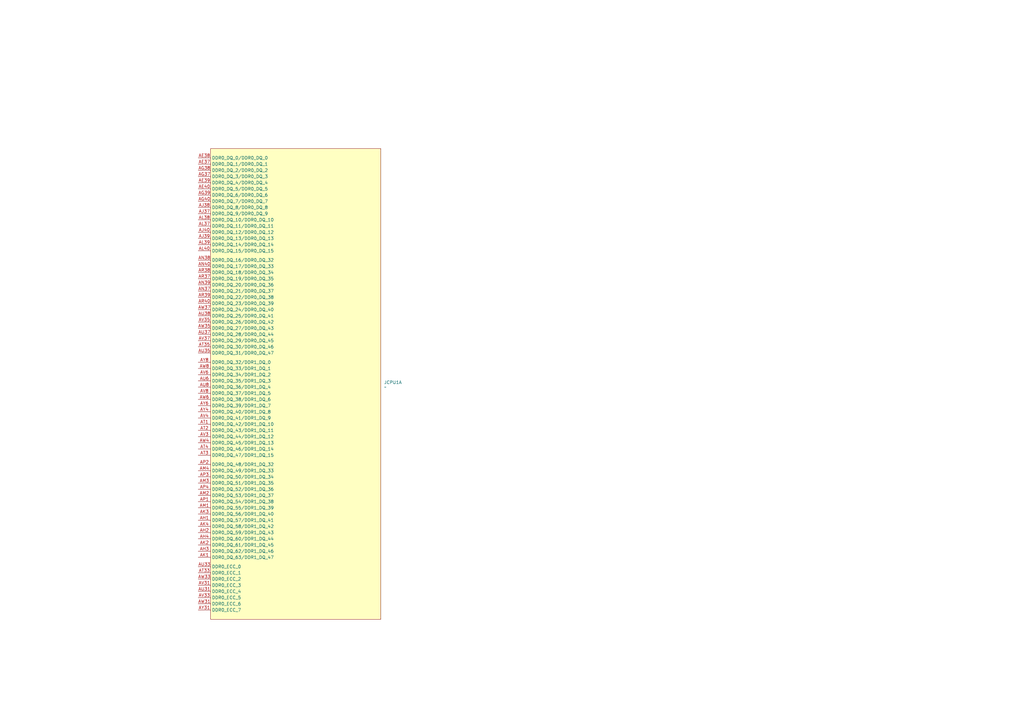
<source format=kicad_sch>
(kicad_sch (version 20250114) (generator "eeschema") (generator_version "9.0")
  (paper "A3")
  (lib_symbols
    (symbol "A-my-stuff:Intel_CFL_1151"
      (property "Reference" "JCPU" (at -33.02 96.52 0))
      (symbol "Intel_CFL_1151_1_1"
        (pin input line (at -40.64 90.17 0) (length 5.08) (name "DDR0_DQ_0/DDR0_DQ_0") (number "AE38"))
        (pin input line (at -40.64 87.63 0) (length 5.08) (name "DDR0_DQ_1/DDR0_DQ_1") (number "AE37"))
        (pin input line (at -40.64 85.09 0) (length 5.08) (name "DDR0_DQ_2/DDR0_DQ_2") (number "AG38"))
        (pin input line (at -40.64 82.55 0) (length 5.08) (name "DDR0_DQ_3/DDR0_DQ_3") (number "AG37"))
        (pin input line (at -40.64 80.01 0) (length 5.08) (name "DDR0_DQ_4/DDR0_DQ_4") (number "AE39"))
        (pin input line (at -40.64 77.47 0) (length 5.08) (name "DDR0_DQ_5/DDR0_DQ_5") (number "AE40"))
        (pin input line (at -40.64 74.93 0) (length 5.08) (name "DDR0_DQ_6/DDR0_DQ_6") (number "AG39"))
        (pin input line (at -40.64 72.39 0) (length 5.08) (name "DDR0_DQ_7/DDR0_DQ_7") (number "AG40"))
        (pin input line (at -40.64 69.85 0) (length 5.08) (name "DDR0_DQ_8/DDR0_DQ_8") (number "AJ38"))
        (pin input line (at -40.64 67.31 0) (length 5.08) (name "DDR0_DQ_9/DDR0_DQ_9") (number "AJ37"))
        (pin input line (at -40.64 64.77 0) (length 5.08) (name "DDR0_DQ_10/DDR0_DQ_10") (number "AL38"))
        (pin input line (at -40.64 62.23 0) (length 5.08) (name "DDR0_DQ_11/DDR0_DQ_11") (number "AL37"))
        (pin input line (at -40.64 59.69 0) (length 5.08) (name "DDR0_DQ_12/DDR0_DQ_12") (number "AJ40"))
        (pin input line (at -40.64 57.15 0) (length 5.08) (name "DDR0_DQ_13/DDR0_DQ_13") (number "AJ39"))
        (pin input line (at -40.64 54.61 0) (length 5.08) (name "DDR0_DQ_14/DDR0_DQ_14") (number "AL39"))
        (pin input line (at -40.64 52.07 0) (length 5.08) (name "DDR0_DQ_15/DDR0_DQ_15") (number "AL40"))
        (pin input line (at -40.64 48.26 0) (length 5.08) (name "DDR0_DQ_16/DDR0_DQ_32") (number "AN38"))
        (pin input line (at -40.64 45.72 0) (length 5.08) (name "DDR0_DQ_17/DDR0_DQ_33") (number "AN40"))
        (pin input line (at -40.64 43.18 0) (length 5.08) (name "DDR0_DQ_18/DDR0_DQ_34") (number "AR38"))
        (pin input line (at -40.64 40.64 0) (length 5.08) (name "DDR0_DQ_19/DDR0_DQ_35") (number "AR37"))
        (pin input line (at -40.64 38.1 0) (length 5.08) (name "DDR0_DQ_20/DDR0_DQ_36") (number "AN39"))
        (pin input line (at -40.64 35.56 0) (length 5.08) (name "DDR0_DQ_21/DDR0_DQ_37") (number "AN37"))
        (pin input line (at -40.64 33.02 0) (length 5.08) (name "DDR0_DQ_22/DDR0_DQ_38") (number "AR39"))
        (pin input line (at -40.64 30.48 0) (length 5.08) (name "DDR0_DQ_23/DDR0_DQ_39") (number "AR40"))
        (pin input line (at -40.64 27.94 0) (length 5.08) (name "DDR0_DQ_24/DDR0_DQ_40") (number "AW37"))
        (pin input line (at -40.64 25.4 0) (length 5.08) (name "DDR0_DQ_25/DDR0_DQ_41") (number "AU38"))
        (pin input line (at -40.64 22.86 0) (length 5.08) (name "DDR0_DQ_26/DDR0_DQ_42") (number "AV35"))
        (pin input line (at -40.64 20.32 0) (length 5.08) (name "DDR0_DQ_27/DDR0_DQ_43") (number "AW35"))
        (pin input line (at -40.64 17.78 0) (length 5.08) (name "DDR0_DQ_28/DDR0_DQ_44") (number "AU37"))
        (pin input line (at -40.64 15.24 0) (length 5.08) (name "DDR0_DQ_29/DDR0_DQ_45") (number "AV37"))
        (pin input line (at -40.64 12.7 0) (length 5.08) (name "DDR0_DQ_30/DDR0_DQ_46") (number "AT35"))
        (pin input line (at -40.64 10.16 0) (length 5.08) (name "DDR0_DQ_31/DDR0_DQ_47") (number "AU35"))
        (pin input line (at -40.64 6.35 0) (length 5.08) (name "DDR0_DQ_32/DDR1_DQ_0") (number "AY8"))
        (pin input line (at -40.64 3.81 0) (length 5.08) (name "DDR0_DQ_33/DDR1_DQ_1") (number "AW8"))
        (pin input line (at -40.64 1.27 0) (length 5.08) (name "DDR0_DQ_34/DDR1_DQ_2") (number "AV6"))
        (pin input line (at -40.64 -1.27 0) (length 5.08) (name "DDR0_DQ_35/DDR1_DQ_3") (number "AU6"))
        (pin input line (at -40.64 -3.81 0) (length 5.08) (name "DDR0_DQ_36/DDR1_DQ_4") (number "AU8"))
        (pin input line (at -40.64 -6.35 0) (length 5.08) (name "DDR0_DQ_37/DDR1_DQ_5") (number "AV8"))
        (pin input line (at -40.64 -8.89 0) (length 5.08) (name "DDR0_DQ_38/DDR1_DQ_6") (number "AW6"))
        (pin input line (at -40.64 -11.43 0) (length 5.08) (name "DDR0_DQ_39/DDR1_DQ_7") (number "AY6"))
        (pin input line (at -40.64 -13.97 0) (length 5.08) (name "DDR0_DQ_40/DDR1_DQ_8") (number "AY4"))
        (pin input line (at -40.64 -16.51 0) (length 5.08) (name "DDR0_DQ_41/DDR1_DQ_9") (number "AV4"))
        (pin input line (at -40.64 -19.05 0) (length 5.08) (name "DDR0_DQ_42/DDR1_DQ_10") (number "AT1"))
        (pin input line (at -40.64 -21.59 0) (length 5.08) (name "DDR0_DQ_43/DDR1_DQ_11") (number "AT2"))
        (pin input line (at -40.64 -24.13 0) (length 5.08) (name "DDR0_DQ_44/DDR1_DQ_12") (number "AV3"))
        (pin input line (at -40.64 -26.67 0) (length 5.08) (name "DDR0_DQ_45/DDR1_DQ_13") (number "AW4"))
        (pin input line (at -40.64 -29.21 0) (length 5.08) (name "DDR0_DQ_46/DDR1_DQ_14") (number "AT4"))
        (pin input line (at -40.64 -31.75 0) (length 5.08) (name "DDR0_DQ_47/DDR1_DQ_15") (number "AT3"))
        (pin input line (at -40.64 -35.56 0) (length 5.08) (name "DDR0_DQ_48/DDR1_DQ_32") (number "AP2"))
        (pin input line (at -40.64 -38.1 0) (length 5.08) (name "DDR0_DQ_49/DDR1_DQ_33") (number "AM4"))
        (pin input line (at -40.64 -40.64 0) (length 5.08) (name "DDR0_DQ_50/DDR1_DQ_34") (number "AP3"))
        (pin input line (at -40.64 -43.18 0) (length 5.08) (name "DDR0_DQ_51/DDR1_DQ_35") (number "AM3"))
        (pin input line (at -40.64 -45.72 0) (length 5.08) (name "DDR0_DQ_52/DDR1_DQ_36") (number "AP4"))
        (pin input line (at -40.64 -48.26 0) (length 5.08) (name "DDR0_DQ_53/DDR1_DQ_37") (number "AM2"))
        (pin input line (at -40.64 -50.8 0) (length 5.08) (name "DDR0_DQ_54/DDR1_DQ_38") (number "AP1"))
        (pin input line (at -40.64 -53.34 0) (length 5.08) (name "DDR0_DQ_55/DDR1_DQ_39") (number "AM1"))
        (pin input line (at -40.64 -55.88 0) (length 5.08) (name "DDR0_DQ_56/DDR1_DQ_40") (number "AK3"))
        (pin input line (at -40.64 -58.42 0) (length 5.08) (name "DDR0_DQ_57/DDR1_DQ_41") (number "AH1"))
        (pin input line (at -40.64 -60.96 0) (length 5.08) (name "DDR0_DQ_58/DDR1_DQ_42") (number "AK4"))
        (pin input line (at -40.64 -63.5 0) (length 5.08) (name "DDR0_DQ_59/DDR1_DQ_43") (number "AH2"))
        (pin input line (at -40.64 -66.04 0) (length 5.08) (name "DDR0_DQ_60/DDR1_DQ_44") (number "AH4"))
        (pin input line (at -40.64 -68.58 0) (length 5.08) (name "DDR0_DQ_61/DDR1_DQ_45") (number "AK2"))
        (pin input line (at -40.64 -71.12 0) (length 5.08) (name "DDR0_DQ_62/DDR1_DQ_46") (number "AH3"))
        (pin input line (at -40.64 -73.66 0) (length 5.08) (name "DDR0_DQ_63/DDR1_DQ_47") (number "AK1"))
        (pin input line (at -40.64 -77.47 0) (length 5.08) (name "DDR0_ECC_0") (number "AU33"))
        (pin input line (at -40.64 -80.01 0) (length 5.08) (name "DDR0_ECC_1") (number "AT33"))
        (pin input line (at -40.64 -82.55 0) (length 5.08) (name "DDR0_ECC_2") (number "AW33"))
        (pin input line (at -40.64 -85.09 0) (length 5.08) (name "DDR0_ECC_3") (number "AV31"))
        (pin input line (at -40.64 -87.63 0) (length 5.08) (name "DDR0_ECC_4") (number "AU31"))
        (pin input line (at -40.64 -90.17 0) (length 5.08) (name "DDR0_ECC_5") (number "AV33"))
        (pin input line (at -40.64 -92.71 0) (length 5.08) (name "DDR0_ECC_6") (number "AW31"))
        (pin input line (at -40.64 -95.25 0) (length 5.08) (name "DDR0_ECC_7") (number "AY31"))
      )
      (symbol "Intel_CFL_1151_2_1"
        (pin input line (at -40.64 90.17 0) (length 5.08) (name "DDR0_DQ_0/DDR0_DQ_0") (number "AE38"))
        (pin input line (at -40.64 87.63 0) (length 5.08) (name "DDR0_DQ_1/DDR0_DQ_1") (number "AE37"))
        (pin input line (at -40.64 85.09 0) (length 5.08) (name "DDR0_DQ_2/DDR0_DQ_2") (number "AG38"))
        (pin input line (at -40.64 82.55 0) (length 5.08) (name "DDR0_DQ_3/DDR0_DQ_3") (number "AG37"))
        (pin input line (at -40.64 80.01 0) (length 5.08) (name "DDR0_DQ_4/DDR0_DQ_4") (number "AE39"))
        (pin input line (at -40.64 77.47 0) (length 5.08) (name "DDR0_DQ_5/DDR0_DQ_5") (number "AE40"))
        (pin input line (at -40.64 74.93 0) (length 5.08) (name "DDR0_DQ_6/DDR0_DQ_6") (number "AG39"))
        (pin input line (at -40.64 72.39 0) (length 5.08) (name "DDR0_DQ_7/DDR0_DQ_7") (number "AG40"))
        (pin input line (at -40.64 69.85 0) (length 5.08) (name "DDR0_DQ_8/DDR0_DQ_8") (number "AJ38"))
        (pin input line (at -40.64 67.31 0) (length 5.08) (name "DDR0_DQ_9/DDR0_DQ_9") (number "AJ37"))
        (pin input line (at -40.64 64.77 0) (length 5.08) (name "DDR0_DQ_10/DDR0_DQ_10") (number "AL38"))
        (pin input line (at -40.64 62.23 0) (length 5.08) (name "DDR0_DQ_11/DDR0_DQ_11") (number "AL37"))
        (pin input line (at -40.64 59.69 0) (length 5.08) (name "DDR0_DQ_12/DDR0_DQ_12") (number "AJ40"))
        (pin input line (at -40.64 57.15 0) (length 5.08) (name "DDR0_DQ_13/DDR0_DQ_13") (number "AJ39"))
        (pin input line (at -40.64 54.61 0) (length 5.08) (name "DDR0_DQ_14/DDR0_DQ_14") (number "AL39"))
        (pin input line (at -40.64 52.07 0) (length 5.08) (name "DDR0_DQ_15/DDR0_DQ_15") (number "AL40"))
        (pin input line (at -40.64 48.26 0) (length 5.08) (name "DDR0_DQ_16/DDR0_DQ_32") (number "AN38"))
        (pin input line (at -40.64 45.72 0) (length 5.08) (name "DDR0_DQ_17/DDR0_DQ_33") (number "AN40"))
        (pin input line (at -40.64 43.18 0) (length 5.08) (name "DDR0_DQ_18/DDR0_DQ_34") (number "AR38"))
        (pin input line (at -40.64 40.64 0) (length 5.08) (name "DDR0_DQ_19/DDR0_DQ_35") (number "AR37"))
        (pin input line (at -40.64 38.1 0) (length 5.08) (name "DDR0_DQ_20/DDR0_DQ_36") (number "AN39"))
        (pin input line (at -40.64 35.56 0) (length 5.08) (name "DDR0_DQ_21/DDR0_DQ_37") (number "AN37"))
        (pin input line (at -40.64 33.02 0) (length 5.08) (name "DDR0_DQ_22/DDR0_DQ_38") (number "AR39"))
        (pin input line (at -40.64 30.48 0) (length 5.08) (name "DDR0_DQ_23/DDR0_DQ_39") (number "AR40"))
        (pin input line (at -40.64 27.94 0) (length 5.08) (name "DDR0_DQ_24/DDR0_DQ_40") (number "AW37"))
        (pin input line (at -40.64 25.4 0) (length 5.08) (name "DDR0_DQ_25/DDR0_DQ_41") (number "AU38"))
        (pin input line (at -40.64 22.86 0) (length 5.08) (name "DDR0_DQ_26/DDR0_DQ_42") (number "AV35"))
        (pin input line (at -40.64 20.32 0) (length 5.08) (name "DDR0_DQ_27/DDR0_DQ_43") (number "AW35"))
        (pin input line (at -40.64 17.78 0) (length 5.08) (name "DDR0_DQ_28/DDR0_DQ_44") (number "AU37"))
        (pin input line (at -40.64 15.24 0) (length 5.08) (name "DDR0_DQ_29/DDR0_DQ_45") (number "AV37"))
        (pin input line (at -40.64 12.7 0) (length 5.08) (name "DDR0_DQ_30/DDR0_DQ_46") (number "AT35"))
        (pin input line (at -40.64 10.16 0) (length 5.08) (name "DDR0_DQ_31/DDR0_DQ_47") (number "AU35"))
        (pin input line (at -40.64 6.35 0) (length 5.08) (name "DDR0_DQ_32/DDR1_DQ_0") (number "AY8"))
        (pin input line (at -40.64 3.81 0) (length 5.08) (name "DDR0_DQ_33/DDR1_DQ_1") (number "AW8"))
        (pin input line (at -40.64 1.27 0) (length 5.08) (name "DDR0_DQ_34/DDR1_DQ_2") (number "AV6"))
        (pin input line (at -40.64 -1.27 0) (length 5.08) (name "DDR0_DQ_35/DDR1_DQ_3") (number "AU6"))
        (pin input line (at -40.64 -3.81 0) (length 5.08) (name "DDR0_DQ_36/DDR1_DQ_4") (number "AU8"))
        (pin input line (at -40.64 -6.35 0) (length 5.08) (name "DDR0_DQ_37/DDR1_DQ_5") (number "AV8"))
        (pin input line (at -40.64 -8.89 0) (length 5.08) (name "DDR0_DQ_38/DDR1_DQ_6") (number "AW6"))
        (pin input line (at -40.64 -11.43 0) (length 5.08) (name "DDR0_DQ_39/DDR1_DQ_7") (number "AY6"))
        (pin input line (at -40.64 -13.97 0) (length 5.08) (name "DDR0_DQ_40/DDR1_DQ_8") (number "AY4"))
        (pin input line (at -40.64 -16.51 0) (length 5.08) (name "DDR0_DQ_41/DDR1_DQ_9") (number "AV4"))
        (pin input line (at -40.64 -19.05 0) (length 5.08) (name "DDR0_DQ_42/DDR1_DQ_10") (number "AT1"))
        (pin input line (at -40.64 -21.59 0) (length 5.08) (name "DDR0_DQ_43/DDR1_DQ_11") (number "AT2"))
        (pin input line (at -40.64 -24.13 0) (length 5.08) (name "DDR0_DQ_44/DDR1_DQ_12") (number "AV3"))
        (pin input line (at -40.64 -26.67 0) (length 5.08) (name "DDR0_DQ_45/DDR1_DQ_13") (number "AW4"))
        (pin input line (at -40.64 -29.21 0) (length 5.08) (name "DDR0_DQ_46/DDR1_DQ_14") (number "AT4"))
        (pin input line (at -40.64 -31.75 0) (length 5.08) (name "DDR0_DQ_47/DDR1_DQ_15") (number "AT3"))
        (pin input line (at -40.64 -35.56 0) (length 5.08) (name "DDR0_DQ_48/DDR1_DQ_32") (number "AP2"))
        (pin input line (at -40.64 -38.1 0) (length 5.08) (name "DDR0_DQ_49/DDR1_DQ_33") (number "AM4"))
        (pin input line (at -40.64 -40.64 0) (length 5.08) (name "DDR0_DQ_50/DDR1_DQ_34") (number "AP3"))
        (pin input line (at -40.64 -43.18 0) (length 5.08) (name "DDR0_DQ_51/DDR1_DQ_35") (number "AM3"))
        (pin input line (at -40.64 -45.72 0) (length 5.08) (name "DDR0_DQ_52/DDR1_DQ_36") (number "AP4"))
        (pin input line (at -40.64 -48.26 0) (length 5.08) (name "DDR0_DQ_53/DDR1_DQ_37") (number "AM2"))
        (pin input line (at -40.64 -50.8 0) (length 5.08) (name "DDR0_DQ_54/DDR1_DQ_38") (number "AP1"))
        (pin input line (at -40.64 -53.34 0) (length 5.08) (name "DDR0_DQ_55/DDR1_DQ_39") (number "AM1"))
        (pin input line (at -40.64 -55.88 0) (length 5.08) (name "DDR0_DQ_56/DDR1_DQ_40") (number "AK3"))
        (pin input line (at -40.64 -58.42 0) (length 5.08) (name "DDR0_DQ_57/DDR1_DQ_41") (number "AH1"))
        (pin input line (at -40.64 -60.96 0) (length 5.08) (name "DDR0_DQ_58/DDR1_DQ_42") (number "AK4"))
        (pin input line (at -40.64 -63.5 0) (length 5.08) (name "DDR0_DQ_59/DDR1_DQ_43") (number "AH2"))
        (pin input line (at -40.64 -66.04 0) (length 5.08) (name "DDR0_DQ_60/DDR1_DQ_44") (number "AH4"))
        (pin input line (at -40.64 -68.58 0) (length 5.08) (name "DDR0_DQ_61/DDR1_DQ_45") (number "AK2"))
        (pin input line (at -40.64 -71.12 0) (length 5.08) (name "DDR0_DQ_62/DDR1_DQ_46") (number "AH3"))
        (pin input line (at -40.64 -73.66 0) (length 5.08) (name "DDR0_DQ_63/DDR1_DQ_47") (number "AK1"))
        (pin input line (at -40.64 -77.47 0) (length 5.08) (name "DDR0_ECC_0") (number "AU33"))
        (pin input line (at -40.64 -80.01 0) (length 5.08) (name "DDR0_ECC_1") (number "AT33"))
        (pin input line (at -40.64 -82.55 0) (length 5.08) (name "DDR0_ECC_2") (number "AW33"))
        (pin input line (at -40.64 -85.09 0) (length 5.08) (name "DDR0_ECC_3") (number "AV31"))
        (pin input line (at -40.64 -87.63 0) (length 5.08) (name "DDR0_ECC_4") (number "AU31"))
        (pin input line (at -40.64 -90.17 0) (length 5.08) (name "DDR0_ECC_5") (number "AV33"))
        (pin input line (at -40.64 -92.71 0) (length 5.08) (name "DDR0_ECC_6") (number "AW31"))
        (pin input line (at -40.64 -95.25 0) (length 5.08) (name "DDR0_ECC_7") (number "AY31"))
      )
      (symbol "Intel_CFL_1151_3_1"
        (pin input line (at -40.64 90.17 0) (length 5.08) (name "DDR0_DQ_0/DDR0_DQ_0") (number "AE38"))
        (pin input line (at -40.64 87.63 0) (length 5.08) (name "DDR0_DQ_1/DDR0_DQ_1") (number "AE37"))
        (pin input line (at -40.64 85.09 0) (length 5.08) (name "DDR0_DQ_2/DDR0_DQ_2") (number "AG38"))
        (pin input line (at -40.64 82.55 0) (length 5.08) (name "DDR0_DQ_3/DDR0_DQ_3") (number "AG37"))
        (pin input line (at -40.64 80.01 0) (length 5.08) (name "DDR0_DQ_4/DDR0_DQ_4") (number "AE39"))
        (pin input line (at -40.64 77.47 0) (length 5.08) (name "DDR0_DQ_5/DDR0_DQ_5") (number "AE40"))
        (pin input line (at -40.64 74.93 0) (length 5.08) (name "DDR0_DQ_6/DDR0_DQ_6") (number "AG39"))
        (pin input line (at -40.64 72.39 0) (length 5.08) (name "DDR0_DQ_7/DDR0_DQ_7") (number "AG40"))
        (pin input line (at -40.64 69.85 0) (length 5.08) (name "DDR0_DQ_8/DDR0_DQ_8") (number "AJ38"))
        (pin input line (at -40.64 67.31 0) (length 5.08) (name "DDR0_DQ_9/DDR0_DQ_9") (number "AJ37"))
        (pin input line (at -40.64 64.77 0) (length 5.08) (name "DDR0_DQ_10/DDR0_DQ_10") (number "AL38"))
        (pin input line (at -40.64 62.23 0) (length 5.08) (name "DDR0_DQ_11/DDR0_DQ_11") (number "AL37"))
        (pin input line (at -40.64 59.69 0) (length 5.08) (name "DDR0_DQ_12/DDR0_DQ_12") (number "AJ40"))
        (pin input line (at -40.64 57.15 0) (length 5.08) (name "DDR0_DQ_13/DDR0_DQ_13") (number "AJ39"))
        (pin input line (at -40.64 54.61 0) (length 5.08) (name "DDR0_DQ_14/DDR0_DQ_14") (number "AL39"))
        (pin input line (at -40.64 52.07 0) (length 5.08) (name "DDR0_DQ_15/DDR0_DQ_15") (number "AL40"))
        (pin input line (at -40.64 48.26 0) (length 5.08) (name "DDR0_DQ_16/DDR0_DQ_32") (number "AN38"))
        (pin input line (at -40.64 45.72 0) (length 5.08) (name "DDR0_DQ_17/DDR0_DQ_33") (number "AN40"))
        (pin input line (at -40.64 43.18 0) (length 5.08) (name "DDR0_DQ_18/DDR0_DQ_34") (number "AR38"))
        (pin input line (at -40.64 40.64 0) (length 5.08) (name "DDR0_DQ_19/DDR0_DQ_35") (number "AR37"))
        (pin input line (at -40.64 38.1 0) (length 5.08) (name "DDR0_DQ_20/DDR0_DQ_36") (number "AN39"))
        (pin input line (at -40.64 35.56 0) (length 5.08) (name "DDR0_DQ_21/DDR0_DQ_37") (number "AN37"))
        (pin input line (at -40.64 33.02 0) (length 5.08) (name "DDR0_DQ_22/DDR0_DQ_38") (number "AR39"))
        (pin input line (at -40.64 30.48 0) (length 5.08) (name "DDR0_DQ_23/DDR0_DQ_39") (number "AR40"))
        (pin input line (at -40.64 27.94 0) (length 5.08) (name "DDR0_DQ_24/DDR0_DQ_40") (number "AW37"))
        (pin input line (at -40.64 25.4 0) (length 5.08) (name "DDR0_DQ_25/DDR0_DQ_41") (number "AU38"))
        (pin input line (at -40.64 22.86 0) (length 5.08) (name "DDR0_DQ_26/DDR0_DQ_42") (number "AV35"))
        (pin input line (at -40.64 20.32 0) (length 5.08) (name "DDR0_DQ_27/DDR0_DQ_43") (number "AW35"))
        (pin input line (at -40.64 17.78 0) (length 5.08) (name "DDR0_DQ_28/DDR0_DQ_44") (number "AU37"))
        (pin input line (at -40.64 15.24 0) (length 5.08) (name "DDR0_DQ_29/DDR0_DQ_45") (number "AV37"))
        (pin input line (at -40.64 12.7 0) (length 5.08) (name "DDR0_DQ_30/DDR0_DQ_46") (number "AT35"))
        (pin input line (at -40.64 10.16 0) (length 5.08) (name "DDR0_DQ_31/DDR0_DQ_47") (number "AU35"))
        (pin input line (at -40.64 6.35 0) (length 5.08) (name "DDR0_DQ_32/DDR1_DQ_0") (number "AY8"))
        (pin input line (at -40.64 3.81 0) (length 5.08) (name "DDR0_DQ_33/DDR1_DQ_1") (number "AW8"))
        (pin input line (at -40.64 1.27 0) (length 5.08) (name "DDR0_DQ_34/DDR1_DQ_2") (number "AV6"))
        (pin input line (at -40.64 -1.27 0) (length 5.08) (name "DDR0_DQ_35/DDR1_DQ_3") (number "AU6"))
        (pin input line (at -40.64 -3.81 0) (length 5.08) (name "DDR0_DQ_36/DDR1_DQ_4") (number "AU8"))
        (pin input line (at -40.64 -6.35 0) (length 5.08) (name "DDR0_DQ_37/DDR1_DQ_5") (number "AV8"))
        (pin input line (at -40.64 -8.89 0) (length 5.08) (name "DDR0_DQ_38/DDR1_DQ_6") (number "AW6"))
        (pin input line (at -40.64 -11.43 0) (length 5.08) (name "DDR0_DQ_39/DDR1_DQ_7") (number "AY6"))
        (pin input line (at -40.64 -13.97 0) (length 5.08) (name "DDR0_DQ_40/DDR1_DQ_8") (number "AY4"))
        (pin input line (at -40.64 -16.51 0) (length 5.08) (name "DDR0_DQ_41/DDR1_DQ_9") (number "AV4"))
        (pin input line (at -40.64 -19.05 0) (length 5.08) (name "DDR0_DQ_42/DDR1_DQ_10") (number "AT1"))
        (pin input line (at -40.64 -21.59 0) (length 5.08) (name "DDR0_DQ_43/DDR1_DQ_11") (number "AT2"))
        (pin input line (at -40.64 -24.13 0) (length 5.08) (name "DDR0_DQ_44/DDR1_DQ_12") (number "AV3"))
        (pin input line (at -40.64 -26.67 0) (length 5.08) (name "DDR0_DQ_45/DDR1_DQ_13") (number "AW4"))
        (pin input line (at -40.64 -29.21 0) (length 5.08) (name "DDR0_DQ_46/DDR1_DQ_14") (number "AT4"))
        (pin input line (at -40.64 -31.75 0) (length 5.08) (name "DDR0_DQ_47/DDR1_DQ_15") (number "AT3"))
        (pin input line (at -40.64 -35.56 0) (length 5.08) (name "DDR0_DQ_48/DDR1_DQ_32") (number "AP2"))
        (pin input line (at -40.64 -38.1 0) (length 5.08) (name "DDR0_DQ_49/DDR1_DQ_33") (number "AM4"))
        (pin input line (at -40.64 -40.64 0) (length 5.08) (name "DDR0_DQ_50/DDR1_DQ_34") (number "AP3"))
        (pin input line (at -40.64 -43.18 0) (length 5.08) (name "DDR0_DQ_51/DDR1_DQ_35") (number "AM3"))
        (pin input line (at -40.64 -45.72 0) (length 5.08) (name "DDR0_DQ_52/DDR1_DQ_36") (number "AP4"))
        (pin input line (at -40.64 -48.26 0) (length 5.08) (name "DDR0_DQ_53/DDR1_DQ_37") (number "AM2"))
        (pin input line (at -40.64 -50.8 0) (length 5.08) (name "DDR0_DQ_54/DDR1_DQ_38") (number "AP1"))
        (pin input line (at -40.64 -53.34 0) (length 5.08) (name "DDR0_DQ_55/DDR1_DQ_39") (number "AM1"))
        (pin input line (at -40.64 -55.88 0) (length 5.08) (name "DDR0_DQ_56/DDR1_DQ_40") (number "AK3"))
        (pin input line (at -40.64 -58.42 0) (length 5.08) (name "DDR0_DQ_57/DDR1_DQ_41") (number "AH1"))
        (pin input line (at -40.64 -60.96 0) (length 5.08) (name "DDR0_DQ_58/DDR1_DQ_42") (number "AK4"))
        (pin input line (at -40.64 -63.5 0) (length 5.08) (name "DDR0_DQ_59/DDR1_DQ_43") (number "AH2"))
        (pin input line (at -40.64 -66.04 0) (length 5.08) (name "DDR0_DQ_60/DDR1_DQ_44") (number "AH4"))
        (pin input line (at -40.64 -68.58 0) (length 5.08) (name "DDR0_DQ_61/DDR1_DQ_45") (number "AK2"))
        (pin input line (at -40.64 -71.12 0) (length 5.08) (name "DDR0_DQ_62/DDR1_DQ_46") (number "AH3"))
        (pin input line (at -40.64 -73.66 0) (length 5.08) (name "DDR0_DQ_63/DDR1_DQ_47") (number "AK1"))
        (pin input line (at -40.64 -77.47 0) (length 5.08) (name "DDR0_ECC_0") (number "AU33"))
        (pin input line (at -40.64 -80.01 0) (length 5.08) (name "DDR0_ECC_1") (number "AT33"))
        (pin input line (at -40.64 -82.55 0) (length 5.08) (name "DDR0_ECC_2") (number "AW33"))
        (pin input line (at -40.64 -85.09 0) (length 5.08) (name "DDR0_ECC_3") (number "AV31"))
        (pin input line (at -40.64 -87.63 0) (length 5.08) (name "DDR0_ECC_4") (number "AU31"))
        (pin input line (at -40.64 -90.17 0) (length 5.08) (name "DDR0_ECC_5") (number "AV33"))
        (pin input line (at -40.64 -92.71 0) (length 5.08) (name "DDR0_ECC_6") (number "AW31"))
        (pin input line (at -40.64 -95.25 0) (length 5.08) (name "DDR0_ECC_7") (number "AY31"))
      )
      (symbol "Intel_CFL_1151_4_1"
        (pin input line (at -40.64 90.17 0) (length 5.08) (name "DDR0_DQ_0/DDR0_DQ_0") (number "AE38"))
        (pin input line (at -40.64 87.63 0) (length 5.08) (name "DDR0_DQ_1/DDR0_DQ_1") (number "AE37"))
        (pin input line (at -40.64 85.09 0) (length 5.08) (name "DDR0_DQ_2/DDR0_DQ_2") (number "AG38"))
        (pin input line (at -40.64 82.55 0) (length 5.08) (name "DDR0_DQ_3/DDR0_DQ_3") (number "AG37"))
        (pin input line (at -40.64 80.01 0) (length 5.08) (name "DDR0_DQ_4/DDR0_DQ_4") (number "AE39"))
        (pin input line (at -40.64 77.47 0) (length 5.08) (name "DDR0_DQ_5/DDR0_DQ_5") (number "AE40"))
        (pin input line (at -40.64 74.93 0) (length 5.08) (name "DDR0_DQ_6/DDR0_DQ_6") (number "AG39"))
        (pin input line (at -40.64 72.39 0) (length 5.08) (name "DDR0_DQ_7/DDR0_DQ_7") (number "AG40"))
        (pin input line (at -40.64 69.85 0) (length 5.08) (name "DDR0_DQ_8/DDR0_DQ_8") (number "AJ38"))
        (pin input line (at -40.64 67.31 0) (length 5.08) (name "DDR0_DQ_9/DDR0_DQ_9") (number "AJ37"))
        (pin input line (at -40.64 64.77 0) (length 5.08) (name "DDR0_DQ_10/DDR0_DQ_10") (number "AL38"))
        (pin input line (at -40.64 62.23 0) (length 5.08) (name "DDR0_DQ_11/DDR0_DQ_11") (number "AL37"))
        (pin input line (at -40.64 59.69 0) (length 5.08) (name "DDR0_DQ_12/DDR0_DQ_12") (number "AJ40"))
        (pin input line (at -40.64 57.15 0) (length 5.08) (name "DDR0_DQ_13/DDR0_DQ_13") (number "AJ39"))
        (pin input line (at -40.64 54.61 0) (length 5.08) (name "DDR0_DQ_14/DDR0_DQ_14") (number "AL39"))
        (pin input line (at -40.64 52.07 0) (length 5.08) (name "DDR0_DQ_15/DDR0_DQ_15") (number "AL40"))
        (pin input line (at -40.64 48.26 0) (length 5.08) (name "DDR0_DQ_16/DDR0_DQ_32") (number "AN38"))
        (pin input line (at -40.64 45.72 0) (length 5.08) (name "DDR0_DQ_17/DDR0_DQ_33") (number "AN40"))
        (pin input line (at -40.64 43.18 0) (length 5.08) (name "DDR0_DQ_18/DDR0_DQ_34") (number "AR38"))
        (pin input line (at -40.64 40.64 0) (length 5.08) (name "DDR0_DQ_19/DDR0_DQ_35") (number "AR37"))
        (pin input line (at -40.64 38.1 0) (length 5.08) (name "DDR0_DQ_20/DDR0_DQ_36") (number "AN39"))
        (pin input line (at -40.64 35.56 0) (length 5.08) (name "DDR0_DQ_21/DDR0_DQ_37") (number "AN37"))
        (pin input line (at -40.64 33.02 0) (length 5.08) (name "DDR0_DQ_22/DDR0_DQ_38") (number "AR39"))
        (pin input line (at -40.64 30.48 0) (length 5.08) (name "DDR0_DQ_23/DDR0_DQ_39") (number "AR40"))
        (pin input line (at -40.64 27.94 0) (length 5.08) (name "DDR0_DQ_24/DDR0_DQ_40") (number "AW37"))
        (pin input line (at -40.64 25.4 0) (length 5.08) (name "DDR0_DQ_25/DDR0_DQ_41") (number "AU38"))
        (pin input line (at -40.64 22.86 0) (length 5.08) (name "DDR0_DQ_26/DDR0_DQ_42") (number "AV35"))
        (pin input line (at -40.64 20.32 0) (length 5.08) (name "DDR0_DQ_27/DDR0_DQ_43") (number "AW35"))
        (pin input line (at -40.64 17.78 0) (length 5.08) (name "DDR0_DQ_28/DDR0_DQ_44") (number "AU37"))
        (pin input line (at -40.64 15.24 0) (length 5.08) (name "DDR0_DQ_29/DDR0_DQ_45") (number "AV37"))
        (pin input line (at -40.64 12.7 0) (length 5.08) (name "DDR0_DQ_30/DDR0_DQ_46") (number "AT35"))
        (pin input line (at -40.64 10.16 0) (length 5.08) (name "DDR0_DQ_31/DDR0_DQ_47") (number "AU35"))
        (pin input line (at -40.64 6.35 0) (length 5.08) (name "DDR0_DQ_32/DDR1_DQ_0") (number "AY8"))
        (pin input line (at -40.64 3.81 0) (length 5.08) (name "DDR0_DQ_33/DDR1_DQ_1") (number "AW8"))
        (pin input line (at -40.64 1.27 0) (length 5.08) (name "DDR0_DQ_34/DDR1_DQ_2") (number "AV6"))
        (pin input line (at -40.64 -1.27 0) (length 5.08) (name "DDR0_DQ_35/DDR1_DQ_3") (number "AU6"))
        (pin input line (at -40.64 -3.81 0) (length 5.08) (name "DDR0_DQ_36/DDR1_DQ_4") (number "AU8"))
        (pin input line (at -40.64 -6.35 0) (length 5.08) (name "DDR0_DQ_37/DDR1_DQ_5") (number "AV8"))
        (pin input line (at -40.64 -8.89 0) (length 5.08) (name "DDR0_DQ_38/DDR1_DQ_6") (number "AW6"))
        (pin input line (at -40.64 -11.43 0) (length 5.08) (name "DDR0_DQ_39/DDR1_DQ_7") (number "AY6"))
        (pin input line (at -40.64 -13.97 0) (length 5.08) (name "DDR0_DQ_40/DDR1_DQ_8") (number "AY4"))
        (pin input line (at -40.64 -16.51 0) (length 5.08) (name "DDR0_DQ_41/DDR1_DQ_9") (number "AV4"))
        (pin input line (at -40.64 -19.05 0) (length 5.08) (name "DDR0_DQ_42/DDR1_DQ_10") (number "AT1"))
        (pin input line (at -40.64 -21.59 0) (length 5.08) (name "DDR0_DQ_43/DDR1_DQ_11") (number "AT2"))
        (pin input line (at -40.64 -24.13 0) (length 5.08) (name "DDR0_DQ_44/DDR1_DQ_12") (number "AV3"))
        (pin input line (at -40.64 -26.67 0) (length 5.08) (name "DDR0_DQ_45/DDR1_DQ_13") (number "AW4"))
        (pin input line (at -40.64 -29.21 0) (length 5.08) (name "DDR0_DQ_46/DDR1_DQ_14") (number "AT4"))
        (pin input line (at -40.64 -31.75 0) (length 5.08) (name "DDR0_DQ_47/DDR1_DQ_15") (number "AT3"))
        (pin input line (at -40.64 -35.56 0) (length 5.08) (name "DDR0_DQ_48/DDR1_DQ_32") (number "AP2"))
        (pin input line (at -40.64 -38.1 0) (length 5.08) (name "DDR0_DQ_49/DDR1_DQ_33") (number "AM4"))
        (pin input line (at -40.64 -40.64 0) (length 5.08) (name "DDR0_DQ_50/DDR1_DQ_34") (number "AP3"))
        (pin input line (at -40.64 -43.18 0) (length 5.08) (name "DDR0_DQ_51/DDR1_DQ_35") (number "AM3"))
        (pin input line (at -40.64 -45.72 0) (length 5.08) (name "DDR0_DQ_52/DDR1_DQ_36") (number "AP4"))
        (pin input line (at -40.64 -48.26 0) (length 5.08) (name "DDR0_DQ_53/DDR1_DQ_37") (number "AM2"))
        (pin input line (at -40.64 -50.8 0) (length 5.08) (name "DDR0_DQ_54/DDR1_DQ_38") (number "AP1"))
        (pin input line (at -40.64 -53.34 0) (length 5.08) (name "DDR0_DQ_55/DDR1_DQ_39") (number "AM1"))
        (pin input line (at -40.64 -55.88 0) (length 5.08) (name "DDR0_DQ_56/DDR1_DQ_40") (number "AK3"))
        (pin input line (at -40.64 -58.42 0) (length 5.08) (name "DDR0_DQ_57/DDR1_DQ_41") (number "AH1"))
        (pin input line (at -40.64 -60.96 0) (length 5.08) (name "DDR0_DQ_58/DDR1_DQ_42") (number "AK4"))
        (pin input line (at -40.64 -63.5 0) (length 5.08) (name "DDR0_DQ_59/DDR1_DQ_43") (number "AH2"))
        (pin input line (at -40.64 -66.04 0) (length 5.08) (name "DDR0_DQ_60/DDR1_DQ_44") (number "AH4"))
        (pin input line (at -40.64 -68.58 0) (length 5.08) (name "DDR0_DQ_61/DDR1_DQ_45") (number "AK2"))
        (pin input line (at -40.64 -71.12 0) (length 5.08) (name "DDR0_DQ_62/DDR1_DQ_46") (number "AH3"))
        (pin input line (at -40.64 -73.66 0) (length 5.08) (name "DDR0_DQ_63/DDR1_DQ_47") (number "AK1"))
        (pin input line (at -40.64 -77.47 0) (length 5.08) (name "DDR0_ECC_0") (number "AU33"))
        (pin input line (at -40.64 -80.01 0) (length 5.08) (name "DDR0_ECC_1") (number "AT33"))
        (pin input line (at -40.64 -82.55 0) (length 5.08) (name "DDR0_ECC_2") (number "AW33"))
        (pin input line (at -40.64 -85.09 0) (length 5.08) (name "DDR0_ECC_3") (number "AV31"))
        (pin input line (at -40.64 -87.63 0) (length 5.08) (name "DDR0_ECC_4") (number "AU31"))
        (pin input line (at -40.64 -90.17 0) (length 5.08) (name "DDR0_ECC_5") (number "AV33"))
        (pin input line (at -40.64 -92.71 0) (length 5.08) (name "DDR0_ECC_6") (number "AW31"))
        (pin input line (at -40.64 -95.25 0) (length 5.08) (name "DDR0_ECC_7") (number "AY31"))
      )
      (symbol "Intel_CFL_1151_5_1"
        (pin input line (at -40.64 90.17 0) (length 5.08) (name "DDR0_DQ_0/DDR0_DQ_0") (number "AE38"))
        (pin input line (at -40.64 87.63 0) (length 5.08) (name "DDR0_DQ_1/DDR0_DQ_1") (number "AE37"))
        (pin input line (at -40.64 85.09 0) (length 5.08) (name "DDR0_DQ_2/DDR0_DQ_2") (number "AG38"))
        (pin input line (at -40.64 82.55 0) (length 5.08) (name "DDR0_DQ_3/DDR0_DQ_3") (number "AG37"))
        (pin input line (at -40.64 80.01 0) (length 5.08) (name "DDR0_DQ_4/DDR0_DQ_4") (number "AE39"))
        (pin input line (at -40.64 77.47 0) (length 5.08) (name "DDR0_DQ_5/DDR0_DQ_5") (number "AE40"))
        (pin input line (at -40.64 74.93 0) (length 5.08) (name "DDR0_DQ_6/DDR0_DQ_6") (number "AG39"))
        (pin input line (at -40.64 72.39 0) (length 5.08) (name "DDR0_DQ_7/DDR0_DQ_7") (number "AG40"))
        (pin input line (at -40.64 69.85 0) (length 5.08) (name "DDR0_DQ_8/DDR0_DQ_8") (number "AJ38"))
        (pin input line (at -40.64 67.31 0) (length 5.08) (name "DDR0_DQ_9/DDR0_DQ_9") (number "AJ37"))
        (pin input line (at -40.64 64.77 0) (length 5.08) (name "DDR0_DQ_10/DDR0_DQ_10") (number "AL38"))
        (pin input line (at -40.64 62.23 0) (length 5.08) (name "DDR0_DQ_11/DDR0_DQ_11") (number "AL37"))
        (pin input line (at -40.64 59.69 0) (length 5.08) (name "DDR0_DQ_12/DDR0_DQ_12") (number "AJ40"))
        (pin input line (at -40.64 57.15 0) (length 5.08) (name "DDR0_DQ_13/DDR0_DQ_13") (number "AJ39"))
        (pin input line (at -40.64 54.61 0) (length 5.08) (name "DDR0_DQ_14/DDR0_DQ_14") (number "AL39"))
        (pin input line (at -40.64 52.07 0) (length 5.08) (name "DDR0_DQ_15/DDR0_DQ_15") (number "AL40"))
        (pin input line (at -40.64 48.26 0) (length 5.08) (name "DDR0_DQ_16/DDR0_DQ_32") (number "AN38"))
        (pin input line (at -40.64 45.72 0) (length 5.08) (name "DDR0_DQ_17/DDR0_DQ_33") (number "AN40"))
        (pin input line (at -40.64 43.18 0) (length 5.08) (name "DDR0_DQ_18/DDR0_DQ_34") (number "AR38"))
        (pin input line (at -40.64 40.64 0) (length 5.08) (name "DDR0_DQ_19/DDR0_DQ_35") (number "AR37"))
        (pin input line (at -40.64 38.1 0) (length 5.08) (name "DDR0_DQ_20/DDR0_DQ_36") (number "AN39"))
        (pin input line (at -40.64 35.56 0) (length 5.08) (name "DDR0_DQ_21/DDR0_DQ_37") (number "AN37"))
        (pin input line (at -40.64 33.02 0) (length 5.08) (name "DDR0_DQ_22/DDR0_DQ_38") (number "AR39"))
        (pin input line (at -40.64 30.48 0) (length 5.08) (name "DDR0_DQ_23/DDR0_DQ_39") (number "AR40"))
        (pin input line (at -40.64 27.94 0) (length 5.08) (name "DDR0_DQ_24/DDR0_DQ_40") (number "AW37"))
        (pin input line (at -40.64 25.4 0) (length 5.08) (name "DDR0_DQ_25/DDR0_DQ_41") (number "AU38"))
        (pin input line (at -40.64 22.86 0) (length 5.08) (name "DDR0_DQ_26/DDR0_DQ_42") (number "AV35"))
        (pin input line (at -40.64 20.32 0) (length 5.08) (name "DDR0_DQ_27/DDR0_DQ_43") (number "AW35"))
        (pin input line (at -40.64 17.78 0) (length 5.08) (name "DDR0_DQ_28/DDR0_DQ_44") (number "AU37"))
        (pin input line (at -40.64 15.24 0) (length 5.08) (name "DDR0_DQ_29/DDR0_DQ_45") (number "AV37"))
        (pin input line (at -40.64 12.7 0) (length 5.08) (name "DDR0_DQ_30/DDR0_DQ_46") (number "AT35"))
        (pin input line (at -40.64 10.16 0) (length 5.08) (name "DDR0_DQ_31/DDR0_DQ_47") (number "AU35"))
        (pin input line (at -40.64 6.35 0) (length 5.08) (name "DDR0_DQ_32/DDR1_DQ_0") (number "AY8"))
        (pin input line (at -40.64 3.81 0) (length 5.08) (name "DDR0_DQ_33/DDR1_DQ_1") (number "AW8"))
        (pin input line (at -40.64 1.27 0) (length 5.08) (name "DDR0_DQ_34/DDR1_DQ_2") (number "AV6"))
        (pin input line (at -40.64 -1.27 0) (length 5.08) (name "DDR0_DQ_35/DDR1_DQ_3") (number "AU6"))
        (pin input line (at -40.64 -3.81 0) (length 5.08) (name "DDR0_DQ_36/DDR1_DQ_4") (number "AU8"))
        (pin input line (at -40.64 -6.35 0) (length 5.08) (name "DDR0_DQ_37/DDR1_DQ_5") (number "AV8"))
        (pin input line (at -40.64 -8.89 0) (length 5.08) (name "DDR0_DQ_38/DDR1_DQ_6") (number "AW6"))
        (pin input line (at -40.64 -11.43 0) (length 5.08) (name "DDR0_DQ_39/DDR1_DQ_7") (number "AY6"))
        (pin input line (at -40.64 -13.97 0) (length 5.08) (name "DDR0_DQ_40/DDR1_DQ_8") (number "AY4"))
        (pin input line (at -40.64 -16.51 0) (length 5.08) (name "DDR0_DQ_41/DDR1_DQ_9") (number "AV4"))
        (pin input line (at -40.64 -19.05 0) (length 5.08) (name "DDR0_DQ_42/DDR1_DQ_10") (number "AT1"))
        (pin input line (at -40.64 -21.59 0) (length 5.08) (name "DDR0_DQ_43/DDR1_DQ_11") (number "AT2"))
        (pin input line (at -40.64 -24.13 0) (length 5.08) (name "DDR0_DQ_44/DDR1_DQ_12") (number "AV3"))
        (pin input line (at -40.64 -26.67 0) (length 5.08) (name "DDR0_DQ_45/DDR1_DQ_13") (number "AW4"))
        (pin input line (at -40.64 -29.21 0) (length 5.08) (name "DDR0_DQ_46/DDR1_DQ_14") (number "AT4"))
        (pin input line (at -40.64 -31.75 0) (length 5.08) (name "DDR0_DQ_47/DDR1_DQ_15") (number "AT3"))
        (pin input line (at -40.64 -35.56 0) (length 5.08) (name "DDR0_DQ_48/DDR1_DQ_32") (number "AP2"))
        (pin input line (at -40.64 -38.1 0) (length 5.08) (name "DDR0_DQ_49/DDR1_DQ_33") (number "AM4"))
        (pin input line (at -40.64 -40.64 0) (length 5.08) (name "DDR0_DQ_50/DDR1_DQ_34") (number "AP3"))
        (pin input line (at -40.64 -43.18 0) (length 5.08) (name "DDR0_DQ_51/DDR1_DQ_35") (number "AM3"))
        (pin input line (at -40.64 -45.72 0) (length 5.08) (name "DDR0_DQ_52/DDR1_DQ_36") (number "AP4"))
        (pin input line (at -40.64 -48.26 0) (length 5.08) (name "DDR0_DQ_53/DDR1_DQ_37") (number "AM2"))
        (pin input line (at -40.64 -50.8 0) (length 5.08) (name "DDR0_DQ_54/DDR1_DQ_38") (number "AP1"))
        (pin input line (at -40.64 -53.34 0) (length 5.08) (name "DDR0_DQ_55/DDR1_DQ_39") (number "AM1"))
        (pin input line (at -40.64 -55.88 0) (length 5.08) (name "DDR0_DQ_56/DDR1_DQ_40") (number "AK3"))
        (pin input line (at -40.64 -58.42 0) (length 5.08) (name "DDR0_DQ_57/DDR1_DQ_41") (number "AH1"))
        (pin input line (at -40.64 -60.96 0) (length 5.08) (name "DDR0_DQ_58/DDR1_DQ_42") (number "AK4"))
        (pin input line (at -40.64 -63.5 0) (length 5.08) (name "DDR0_DQ_59/DDR1_DQ_43") (number "AH2"))
        (pin input line (at -40.64 -66.04 0) (length 5.08) (name "DDR0_DQ_60/DDR1_DQ_44") (number "AH4"))
        (pin input line (at -40.64 -68.58 0) (length 5.08) (name "DDR0_DQ_61/DDR1_DQ_45") (number "AK2"))
        (pin input line (at -40.64 -71.12 0) (length 5.08) (name "DDR0_DQ_62/DDR1_DQ_46") (number "AH3"))
        (pin input line (at -40.64 -73.66 0) (length 5.08) (name "DDR0_DQ_63/DDR1_DQ_47") (number "AK1"))
        (pin input line (at -40.64 -77.47 0) (length 5.08) (name "DDR0_ECC_0") (number "AU33"))
        (pin input line (at -40.64 -80.01 0) (length 5.08) (name "DDR0_ECC_1") (number "AT33"))
        (pin input line (at -40.64 -82.55 0) (length 5.08) (name "DDR0_ECC_2") (number "AW33"))
        (pin input line (at -40.64 -85.09 0) (length 5.08) (name "DDR0_ECC_3") (number "AV31"))
        (pin input line (at -40.64 -87.63 0) (length 5.08) (name "DDR0_ECC_4") (number "AU31"))
        (pin input line (at -40.64 -90.17 0) (length 5.08) (name "DDR0_ECC_5") (number "AV33"))
        (pin input line (at -40.64 -92.71 0) (length 5.08) (name "DDR0_ECC_6") (number "AW31"))
        (pin input line (at -40.64 -95.25 0) (length 5.08) (name "DDR0_ECC_7") (number "AY31"))
      )
      (symbol "Intel_CFL_1151_6_1"
        (pin input line (at -40.64 90.17 0) (length 5.08) (name "DDR0_DQ_0/DDR0_DQ_0") (number "AE38"))
        (pin input line (at -40.64 87.63 0) (length 5.08) (name "DDR0_DQ_1/DDR0_DQ_1") (number "AE37"))
        (pin input line (at -40.64 85.09 0) (length 5.08) (name "DDR0_DQ_2/DDR0_DQ_2") (number "AG38"))
        (pin input line (at -40.64 82.55 0) (length 5.08) (name "DDR0_DQ_3/DDR0_DQ_3") (number "AG37"))
        (pin input line (at -40.64 80.01 0) (length 5.08) (name "DDR0_DQ_4/DDR0_DQ_4") (number "AE39"))
        (pin input line (at -40.64 77.47 0) (length 5.08) (name "DDR0_DQ_5/DDR0_DQ_5") (number "AE40"))
        (pin input line (at -40.64 74.93 0) (length 5.08) (name "DDR0_DQ_6/DDR0_DQ_6") (number "AG39"))
        (pin input line (at -40.64 72.39 0) (length 5.08) (name "DDR0_DQ_7/DDR0_DQ_7") (number "AG40"))
        (pin input line (at -40.64 69.85 0) (length 5.08) (name "DDR0_DQ_8/DDR0_DQ_8") (number "AJ38"))
        (pin input line (at -40.64 67.31 0) (length 5.08) (name "DDR0_DQ_9/DDR0_DQ_9") (number "AJ37"))
        (pin input line (at -40.64 64.77 0) (length 5.08) (name "DDR0_DQ_10/DDR0_DQ_10") (number "AL38"))
        (pin input line (at -40.64 62.23 0) (length 5.08) (name "DDR0_DQ_11/DDR0_DQ_11") (number "AL37"))
        (pin input line (at -40.64 59.69 0) (length 5.08) (name "DDR0_DQ_12/DDR0_DQ_12") (number "AJ40"))
        (pin input line (at -40.64 57.15 0) (length 5.08) (name "DDR0_DQ_13/DDR0_DQ_13") (number "AJ39"))
        (pin input line (at -40.64 54.61 0) (length 5.08) (name "DDR0_DQ_14/DDR0_DQ_14") (number "AL39"))
        (pin input line (at -40.64 52.07 0) (length 5.08) (name "DDR0_DQ_15/DDR0_DQ_15") (number "AL40"))
        (pin input line (at -40.64 48.26 0) (length 5.08) (name "DDR0_DQ_16/DDR0_DQ_32") (number "AN38"))
        (pin input line (at -40.64 45.72 0) (length 5.08) (name "DDR0_DQ_17/DDR0_DQ_33") (number "AN40"))
        (pin input line (at -40.64 43.18 0) (length 5.08) (name "DDR0_DQ_18/DDR0_DQ_34") (number "AR38"))
        (pin input line (at -40.64 40.64 0) (length 5.08) (name "DDR0_DQ_19/DDR0_DQ_35") (number "AR37"))
        (pin input line (at -40.64 38.1 0) (length 5.08) (name "DDR0_DQ_20/DDR0_DQ_36") (number "AN39"))
        (pin input line (at -40.64 35.56 0) (length 5.08) (name "DDR0_DQ_21/DDR0_DQ_37") (number "AN37"))
        (pin input line (at -40.64 33.02 0) (length 5.08) (name "DDR0_DQ_22/DDR0_DQ_38") (number "AR39"))
        (pin input line (at -40.64 30.48 0) (length 5.08) (name "DDR0_DQ_23/DDR0_DQ_39") (number "AR40"))
        (pin input line (at -40.64 27.94 0) (length 5.08) (name "DDR0_DQ_24/DDR0_DQ_40") (number "AW37"))
        (pin input line (at -40.64 25.4 0) (length 5.08) (name "DDR0_DQ_25/DDR0_DQ_41") (number "AU38"))
        (pin input line (at -40.64 22.86 0) (length 5.08) (name "DDR0_DQ_26/DDR0_DQ_42") (number "AV35"))
        (pin input line (at -40.64 20.32 0) (length 5.08) (name "DDR0_DQ_27/DDR0_DQ_43") (number "AW35"))
        (pin input line (at -40.64 17.78 0) (length 5.08) (name "DDR0_DQ_28/DDR0_DQ_44") (number "AU37"))
        (pin input line (at -40.64 15.24 0) (length 5.08) (name "DDR0_DQ_29/DDR0_DQ_45") (number "AV37"))
        (pin input line (at -40.64 12.7 0) (length 5.08) (name "DDR0_DQ_30/DDR0_DQ_46") (number "AT35"))
        (pin input line (at -40.64 10.16 0) (length 5.08) (name "DDR0_DQ_31/DDR0_DQ_47") (number "AU35"))
        (pin input line (at -40.64 6.35 0) (length 5.08) (name "DDR0_DQ_32/DDR1_DQ_0") (number "AY8"))
        (pin input line (at -40.64 3.81 0) (length 5.08) (name "DDR0_DQ_33/DDR1_DQ_1") (number "AW8"))
        (pin input line (at -40.64 1.27 0) (length 5.08) (name "DDR0_DQ_34/DDR1_DQ_2") (number "AV6"))
        (pin input line (at -40.64 -1.27 0) (length 5.08) (name "DDR0_DQ_35/DDR1_DQ_3") (number "AU6"))
        (pin input line (at -40.64 -3.81 0) (length 5.08) (name "DDR0_DQ_36/DDR1_DQ_4") (number "AU8"))
        (pin input line (at -40.64 -6.35 0) (length 5.08) (name "DDR0_DQ_37/DDR1_DQ_5") (number "AV8"))
        (pin input line (at -40.64 -8.89 0) (length 5.08) (name "DDR0_DQ_38/DDR1_DQ_6") (number "AW6"))
        (pin input line (at -40.64 -11.43 0) (length 5.08) (name "DDR0_DQ_39/DDR1_DQ_7") (number "AY6"))
        (pin input line (at -40.64 -13.97 0) (length 5.08) (name "DDR0_DQ_40/DDR1_DQ_8") (number "AY4"))
        (pin input line (at -40.64 -16.51 0) (length 5.08) (name "DDR0_DQ_41/DDR1_DQ_9") (number "AV4"))
        (pin input line (at -40.64 -19.05 0) (length 5.08) (name "DDR0_DQ_42/DDR1_DQ_10") (number "AT1"))
        (pin input line (at -40.64 -21.59 0) (length 5.08) (name "DDR0_DQ_43/DDR1_DQ_11") (number "AT2"))
        (pin input line (at -40.64 -24.13 0) (length 5.08) (name "DDR0_DQ_44/DDR1_DQ_12") (number "AV3"))
        (pin input line (at -40.64 -26.67 0) (length 5.08) (name "DDR0_DQ_45/DDR1_DQ_13") (number "AW4"))
        (pin input line (at -40.64 -29.21 0) (length 5.08) (name "DDR0_DQ_46/DDR1_DQ_14") (number "AT4"))
        (pin input line (at -40.64 -31.75 0) (length 5.08) (name "DDR0_DQ_47/DDR1_DQ_15") (number "AT3"))
        (pin input line (at -40.64 -35.56 0) (length 5.08) (name "DDR0_DQ_48/DDR1_DQ_32") (number "AP2"))
        (pin input line (at -40.64 -38.1 0) (length 5.08) (name "DDR0_DQ_49/DDR1_DQ_33") (number "AM4"))
        (pin input line (at -40.64 -40.64 0) (length 5.08) (name "DDR0_DQ_50/DDR1_DQ_34") (number "AP3"))
        (pin input line (at -40.64 -43.18 0) (length 5.08) (name "DDR0_DQ_51/DDR1_DQ_35") (number "AM3"))
        (pin input line (at -40.64 -45.72 0) (length 5.08) (name "DDR0_DQ_52/DDR1_DQ_36") (number "AP4"))
        (pin input line (at -40.64 -48.26 0) (length 5.08) (name "DDR0_DQ_53/DDR1_DQ_37") (number "AM2"))
        (pin input line (at -40.64 -50.8 0) (length 5.08) (name "DDR0_DQ_54/DDR1_DQ_38") (number "AP1"))
        (pin input line (at -40.64 -53.34 0) (length 5.08) (name "DDR0_DQ_55/DDR1_DQ_39") (number "AM1"))
        (pin input line (at -40.64 -55.88 0) (length 5.08) (name "DDR0_DQ_56/DDR1_DQ_40") (number "AK3"))
        (pin input line (at -40.64 -58.42 0) (length 5.08) (name "DDR0_DQ_57/DDR1_DQ_41") (number "AH1"))
        (pin input line (at -40.64 -60.96 0) (length 5.08) (name "DDR0_DQ_58/DDR1_DQ_42") (number "AK4"))
        (pin input line (at -40.64 -63.5 0) (length 5.08) (name "DDR0_DQ_59/DDR1_DQ_43") (number "AH2"))
        (pin input line (at -40.64 -66.04 0) (length 5.08) (name "DDR0_DQ_60/DDR1_DQ_44") (number "AH4"))
        (pin input line (at -40.64 -68.58 0) (length 5.08) (name "DDR0_DQ_61/DDR1_DQ_45") (number "AK2"))
        (pin input line (at -40.64 -71.12 0) (length 5.08) (name "DDR0_DQ_62/DDR1_DQ_46") (number "AH3"))
        (pin input line (at -40.64 -73.66 0) (length 5.08) (name "DDR0_DQ_63/DDR1_DQ_47") (number "AK1"))
        (pin input line (at -40.64 -77.47 0) (length 5.08) (name "DDR0_ECC_0") (number "AU33"))
        (pin input line (at -40.64 -80.01 0) (length 5.08) (name "DDR0_ECC_1") (number "AT33"))
        (pin input line (at -40.64 -82.55 0) (length 5.08) (name "DDR0_ECC_2") (number "AW33"))
        (pin input line (at -40.64 -85.09 0) (length 5.08) (name "DDR0_ECC_3") (number "AV31"))
        (pin input line (at -40.64 -87.63 0) (length 5.08) (name "DDR0_ECC_4") (number "AU31"))
        (pin input line (at -40.64 -90.17 0) (length 5.08) (name "DDR0_ECC_5") (number "AV33"))
        (pin input line (at -40.64 -92.71 0) (length 5.08) (name "DDR0_ECC_6") (number "AW31"))
        (pin input line (at -40.64 -95.25 0) (length 5.08) (name "DDR0_ECC_7") (number "AY31"))
      )
      (symbol "Intel_CFL_1151_7_1"
        (pin input line (at -40.64 90.17 0) (length 5.08) (name "DDR0_DQ_0/DDR0_DQ_0") (number "AE38"))
        (pin input line (at -40.64 87.63 0) (length 5.08) (name "DDR0_DQ_1/DDR0_DQ_1") (number "AE37"))
        (pin input line (at -40.64 85.09 0) (length 5.08) (name "DDR0_DQ_2/DDR0_DQ_2") (number "AG38"))
        (pin input line (at -40.64 82.55 0) (length 5.08) (name "DDR0_DQ_3/DDR0_DQ_3") (number "AG37"))
        (pin input line (at -40.64 80.01 0) (length 5.08) (name "DDR0_DQ_4/DDR0_DQ_4") (number "AE39"))
        (pin input line (at -40.64 77.47 0) (length 5.08) (name "DDR0_DQ_5/DDR0_DQ_5") (number "AE40"))
        (pin input line (at -40.64 74.93 0) (length 5.08) (name "DDR0_DQ_6/DDR0_DQ_6") (number "AG39"))
        (pin input line (at -40.64 72.39 0) (length 5.08) (name "DDR0_DQ_7/DDR0_DQ_7") (number "AG40"))
        (pin input line (at -40.64 69.85 0) (length 5.08) (name "DDR0_DQ_8/DDR0_DQ_8") (number "AJ38"))
        (pin input line (at -40.64 67.31 0) (length 5.08) (name "DDR0_DQ_9/DDR0_DQ_9") (number "AJ37"))
        (pin input line (at -40.64 64.77 0) (length 5.08) (name "DDR0_DQ_10/DDR0_DQ_10") (number "AL38"))
        (pin input line (at -40.64 62.23 0) (length 5.08) (name "DDR0_DQ_11/DDR0_DQ_11") (number "AL37"))
        (pin input line (at -40.64 59.69 0) (length 5.08) (name "DDR0_DQ_12/DDR0_DQ_12") (number "AJ40"))
        (pin input line (at -40.64 57.15 0) (length 5.08) (name "DDR0_DQ_13/DDR0_DQ_13") (number "AJ39"))
        (pin input line (at -40.64 54.61 0) (length 5.08) (name "DDR0_DQ_14/DDR0_DQ_14") (number "AL39"))
        (pin input line (at -40.64 52.07 0) (length 5.08) (name "DDR0_DQ_15/DDR0_DQ_15") (number "AL40"))
        (pin input line (at -40.64 48.26 0) (length 5.08) (name "DDR0_DQ_16/DDR0_DQ_32") (number "AN38"))
        (pin input line (at -40.64 45.72 0) (length 5.08) (name "DDR0_DQ_17/DDR0_DQ_33") (number "AN40"))
        (pin input line (at -40.64 43.18 0) (length 5.08) (name "DDR0_DQ_18/DDR0_DQ_34") (number "AR38"))
        (pin input line (at -40.64 40.64 0) (length 5.08) (name "DDR0_DQ_19/DDR0_DQ_35") (number "AR37"))
        (pin input line (at -40.64 38.1 0) (length 5.08) (name "DDR0_DQ_20/DDR0_DQ_36") (number "AN39"))
        (pin input line (at -40.64 35.56 0) (length 5.08) (name "DDR0_DQ_21/DDR0_DQ_37") (number "AN37"))
        (pin input line (at -40.64 33.02 0) (length 5.08) (name "DDR0_DQ_22/DDR0_DQ_38") (number "AR39"))
        (pin input line (at -40.64 30.48 0) (length 5.08) (name "DDR0_DQ_23/DDR0_DQ_39") (number "AR40"))
        (pin input line (at -40.64 27.94 0) (length 5.08) (name "DDR0_DQ_24/DDR0_DQ_40") (number "AW37"))
        (pin input line (at -40.64 25.4 0) (length 5.08) (name "DDR0_DQ_25/DDR0_DQ_41") (number "AU38"))
        (pin input line (at -40.64 22.86 0) (length 5.08) (name "DDR0_DQ_26/DDR0_DQ_42") (number "AV35"))
        (pin input line (at -40.64 20.32 0) (length 5.08) (name "DDR0_DQ_27/DDR0_DQ_43") (number "AW35"))
        (pin input line (at -40.64 17.78 0) (length 5.08) (name "DDR0_DQ_28/DDR0_DQ_44") (number "AU37"))
        (pin input line (at -40.64 15.24 0) (length 5.08) (name "DDR0_DQ_29/DDR0_DQ_45") (number "AV37"))
        (pin input line (at -40.64 12.7 0) (length 5.08) (name "DDR0_DQ_30/DDR0_DQ_46") (number "AT35"))
        (pin input line (at -40.64 10.16 0) (length 5.08) (name "DDR0_DQ_31/DDR0_DQ_47") (number "AU35"))
        (pin input line (at -40.64 6.35 0) (length 5.08) (name "DDR0_DQ_32/DDR1_DQ_0") (number "AY8"))
        (pin input line (at -40.64 3.81 0) (length 5.08) (name "DDR0_DQ_33/DDR1_DQ_1") (number "AW8"))
        (pin input line (at -40.64 1.27 0) (length 5.08) (name "DDR0_DQ_34/DDR1_DQ_2") (number "AV6"))
        (pin input line (at -40.64 -1.27 0) (length 5.08) (name "DDR0_DQ_35/DDR1_DQ_3") (number "AU6"))
        (pin input line (at -40.64 -3.81 0) (length 5.08) (name "DDR0_DQ_36/DDR1_DQ_4") (number "AU8"))
        (pin input line (at -40.64 -6.35 0) (length 5.08) (name "DDR0_DQ_37/DDR1_DQ_5") (number "AV8"))
        (pin input line (at -40.64 -8.89 0) (length 5.08) (name "DDR0_DQ_38/DDR1_DQ_6") (number "AW6"))
        (pin input line (at -40.64 -11.43 0) (length 5.08) (name "DDR0_DQ_39/DDR1_DQ_7") (number "AY6"))
        (pin input line (at -40.64 -13.97 0) (length 5.08) (name "DDR0_DQ_40/DDR1_DQ_8") (number "AY4"))
        (pin input line (at -40.64 -16.51 0) (length 5.08) (name "DDR0_DQ_41/DDR1_DQ_9") (number "AV4"))
        (pin input line (at -40.64 -19.05 0) (length 5.08) (name "DDR0_DQ_42/DDR1_DQ_10") (number "AT1"))
        (pin input line (at -40.64 -21.59 0) (length 5.08) (name "DDR0_DQ_43/DDR1_DQ_11") (number "AT2"))
        (pin input line (at -40.64 -24.13 0) (length 5.08) (name "DDR0_DQ_44/DDR1_DQ_12") (number "AV3"))
        (pin input line (at -40.64 -26.67 0) (length 5.08) (name "DDR0_DQ_45/DDR1_DQ_13") (number "AW4"))
        (pin input line (at -40.64 -29.21 0) (length 5.08) (name "DDR0_DQ_46/DDR1_DQ_14") (number "AT4"))
        (pin input line (at -40.64 -31.75 0) (length 5.08) (name "DDR0_DQ_47/DDR1_DQ_15") (number "AT3"))
        (pin input line (at -40.64 -35.56 0) (length 5.08) (name "DDR0_DQ_48/DDR1_DQ_32") (number "AP2"))
        (pin input line (at -40.64 -38.1 0) (length 5.08) (name "DDR0_DQ_49/DDR1_DQ_33") (number "AM4"))
        (pin input line (at -40.64 -40.64 0) (length 5.08) (name "DDR0_DQ_50/DDR1_DQ_34") (number "AP3"))
        (pin input line (at -40.64 -43.18 0) (length 5.08) (name "DDR0_DQ_51/DDR1_DQ_35") (number "AM3"))
        (pin input line (at -40.64 -45.72 0) (length 5.08) (name "DDR0_DQ_52/DDR1_DQ_36") (number "AP4"))
        (pin input line (at -40.64 -48.26 0) (length 5.08) (name "DDR0_DQ_53/DDR1_DQ_37") (number "AM2"))
        (pin input line (at -40.64 -50.8 0) (length 5.08) (name "DDR0_DQ_54/DDR1_DQ_38") (number "AP1"))
        (pin input line (at -40.64 -53.34 0) (length 5.08) (name "DDR0_DQ_55/DDR1_DQ_39") (number "AM1"))
        (pin input line (at -40.64 -55.88 0) (length 5.08) (name "DDR0_DQ_56/DDR1_DQ_40") (number "AK3"))
        (pin input line (at -40.64 -58.42 0) (length 5.08) (name "DDR0_DQ_57/DDR1_DQ_41") (number "AH1"))
        (pin input line (at -40.64 -60.96 0) (length 5.08) (name "DDR0_DQ_58/DDR1_DQ_42") (number "AK4"))
        (pin input line (at -40.64 -63.5 0) (length 5.08) (name "DDR0_DQ_59/DDR1_DQ_43") (number "AH2"))
        (pin input line (at -40.64 -66.04 0) (length 5.08) (name "DDR0_DQ_60/DDR1_DQ_44") (number "AH4"))
        (pin input line (at -40.64 -68.58 0) (length 5.08) (name "DDR0_DQ_61/DDR1_DQ_45") (number "AK2"))
        (pin input line (at -40.64 -71.12 0) (length 5.08) (name "DDR0_DQ_62/DDR1_DQ_46") (number "AH3"))
        (pin input line (at -40.64 -73.66 0) (length 5.08) (name "DDR0_DQ_63/DDR1_DQ_47") (number "AK1"))
        (pin input line (at -40.64 -77.47 0) (length 5.08) (name "DDR0_ECC_0") (number "AU33"))
        (pin input line (at -40.64 -80.01 0) (length 5.08) (name "DDR0_ECC_1") (number "AT33"))
        (pin input line (at -40.64 -82.55 0) (length 5.08) (name "DDR0_ECC_2") (number "AW33"))
        (pin input line (at -40.64 -85.09 0) (length 5.08) (name "DDR0_ECC_3") (number "AV31"))
        (pin input line (at -40.64 -87.63 0) (length 5.08) (name "DDR0_ECC_4") (number "AU31"))
        (pin input line (at -40.64 -90.17 0) (length 5.08) (name "DDR0_ECC_5") (number "AV33"))
        (pin input line (at -40.64 -92.71 0) (length 5.08) (name "DDR0_ECC_6") (number "AW31"))
        (pin input line (at -40.64 -95.25 0) (length 5.08) (name "DDR0_ECC_7") (number "AY31"))
      )
      (symbol "Intel_CFL_1151_8_1"
        (pin input line (at -40.64 90.17 0) (length 5.08) (name "DDR0_DQ_0/DDR0_DQ_0") (number "AE38"))
        (pin input line (at -40.64 87.63 0) (length 5.08) (name "DDR0_DQ_1/DDR0_DQ_1") (number "AE37"))
        (pin input line (at -40.64 85.09 0) (length 5.08) (name "DDR0_DQ_2/DDR0_DQ_2") (number "AG38"))
        (pin input line (at -40.64 82.55 0) (length 5.08) (name "DDR0_DQ_3/DDR0_DQ_3") (number "AG37"))
        (pin input line (at -40.64 80.01 0) (length 5.08) (name "DDR0_DQ_4/DDR0_DQ_4") (number "AE39"))
        (pin input line (at -40.64 77.47 0) (length 5.08) (name "DDR0_DQ_5/DDR0_DQ_5") (number "AE40"))
        (pin input line (at -40.64 74.93 0) (length 5.08) (name "DDR0_DQ_6/DDR0_DQ_6") (number "AG39"))
        (pin input line (at -40.64 72.39 0) (length 5.08) (name "DDR0_DQ_7/DDR0_DQ_7") (number "AG40"))
        (pin input line (at -40.64 69.85 0) (length 5.08) (name "DDR0_DQ_8/DDR0_DQ_8") (number "AJ38"))
        (pin input line (at -40.64 67.31 0) (length 5.08) (name "DDR0_DQ_9/DDR0_DQ_9") (number "AJ37"))
        (pin input line (at -40.64 64.77 0) (length 5.08) (name "DDR0_DQ_10/DDR0_DQ_10") (number "AL38"))
        (pin input line (at -40.64 62.23 0) (length 5.08) (name "DDR0_DQ_11/DDR0_DQ_11") (number "AL37"))
        (pin input line (at -40.64 59.69 0) (length 5.08) (name "DDR0_DQ_12/DDR0_DQ_12") (number "AJ40"))
        (pin input line (at -40.64 57.15 0) (length 5.08) (name "DDR0_DQ_13/DDR0_DQ_13") (number "AJ39"))
        (pin input line (at -40.64 54.61 0) (length 5.08) (name "DDR0_DQ_14/DDR0_DQ_14") (number "AL39"))
        (pin input line (at -40.64 52.07 0) (length 5.08) (name "DDR0_DQ_15/DDR0_DQ_15") (number "AL40"))
        (pin input line (at -40.64 48.26 0) (length 5.08) (name "DDR0_DQ_16/DDR0_DQ_32") (number "AN38"))
        (pin input line (at -40.64 45.72 0) (length 5.08) (name "DDR0_DQ_17/DDR0_DQ_33") (number "AN40"))
        (pin input line (at -40.64 43.18 0) (length 5.08) (name "DDR0_DQ_18/DDR0_DQ_34") (number "AR38"))
        (pin input line (at -40.64 40.64 0) (length 5.08) (name "DDR0_DQ_19/DDR0_DQ_35") (number "AR37"))
        (pin input line (at -40.64 38.1 0) (length 5.08) (name "DDR0_DQ_20/DDR0_DQ_36") (number "AN39"))
        (pin input line (at -40.64 35.56 0) (length 5.08) (name "DDR0_DQ_21/DDR0_DQ_37") (number "AN37"))
        (pin input line (at -40.64 33.02 0) (length 5.08) (name "DDR0_DQ_22/DDR0_DQ_38") (number "AR39"))
        (pin input line (at -40.64 30.48 0) (length 5.08) (name "DDR0_DQ_23/DDR0_DQ_39") (number "AR40"))
        (pin input line (at -40.64 27.94 0) (length 5.08) (name "DDR0_DQ_24/DDR0_DQ_40") (number "AW37"))
        (pin input line (at -40.64 25.4 0) (length 5.08) (name "DDR0_DQ_25/DDR0_DQ_41") (number "AU38"))
        (pin input line (at -40.64 22.86 0) (length 5.08) (name "DDR0_DQ_26/DDR0_DQ_42") (number "AV35"))
        (pin input line (at -40.64 20.32 0) (length 5.08) (name "DDR0_DQ_27/DDR0_DQ_43") (number "AW35"))
        (pin input line (at -40.64 17.78 0) (length 5.08) (name "DDR0_DQ_28/DDR0_DQ_44") (number "AU37"))
        (pin input line (at -40.64 15.24 0) (length 5.08) (name "DDR0_DQ_29/DDR0_DQ_45") (number "AV37"))
        (pin input line (at -40.64 12.7 0) (length 5.08) (name "DDR0_DQ_30/DDR0_DQ_46") (number "AT35"))
        (pin input line (at -40.64 10.16 0) (length 5.08) (name "DDR0_DQ_31/DDR0_DQ_47") (number "AU35"))
        (pin input line (at -40.64 6.35 0) (length 5.08) (name "DDR0_DQ_32/DDR1_DQ_0") (number "AY8"))
        (pin input line (at -40.64 3.81 0) (length 5.08) (name "DDR0_DQ_33/DDR1_DQ_1") (number "AW8"))
        (pin input line (at -40.64 1.27 0) (length 5.08) (name "DDR0_DQ_34/DDR1_DQ_2") (number "AV6"))
        (pin input line (at -40.64 -1.27 0) (length 5.08) (name "DDR0_DQ_35/DDR1_DQ_3") (number "AU6"))
        (pin input line (at -40.64 -3.81 0) (length 5.08) (name "DDR0_DQ_36/DDR1_DQ_4") (number "AU8"))
        (pin input line (at -40.64 -6.35 0) (length 5.08) (name "DDR0_DQ_37/DDR1_DQ_5") (number "AV8"))
        (pin input line (at -40.64 -8.89 0) (length 5.08) (name "DDR0_DQ_38/DDR1_DQ_6") (number "AW6"))
        (pin input line (at -40.64 -11.43 0) (length 5.08) (name "DDR0_DQ_39/DDR1_DQ_7") (number "AY6"))
        (pin input line (at -40.64 -13.97 0) (length 5.08) (name "DDR0_DQ_40/DDR1_DQ_8") (number "AY4"))
        (pin input line (at -40.64 -16.51 0) (length 5.08) (name "DDR0_DQ_41/DDR1_DQ_9") (number "AV4"))
        (pin input line (at -40.64 -19.05 0) (length 5.08) (name "DDR0_DQ_42/DDR1_DQ_10") (number "AT1"))
        (pin input line (at -40.64 -21.59 0) (length 5.08) (name "DDR0_DQ_43/DDR1_DQ_11") (number "AT2"))
        (pin input line (at -40.64 -24.13 0) (length 5.08) (name "DDR0_DQ_44/DDR1_DQ_12") (number "AV3"))
        (pin input line (at -40.64 -26.67 0) (length 5.08) (name "DDR0_DQ_45/DDR1_DQ_13") (number "AW4"))
        (pin input line (at -40.64 -29.21 0) (length 5.08) (name "DDR0_DQ_46/DDR1_DQ_14") (number "AT4"))
        (pin input line (at -40.64 -31.75 0) (length 5.08) (name "DDR0_DQ_47/DDR1_DQ_15") (number "AT3"))
        (pin input line (at -40.64 -35.56 0) (length 5.08) (name "DDR0_DQ_48/DDR1_DQ_32") (number "AP2"))
        (pin input line (at -40.64 -38.1 0) (length 5.08) (name "DDR0_DQ_49/DDR1_DQ_33") (number "AM4"))
        (pin input line (at -40.64 -40.64 0) (length 5.08) (name "DDR0_DQ_50/DDR1_DQ_34") (number "AP3"))
        (pin input line (at -40.64 -43.18 0) (length 5.08) (name "DDR0_DQ_51/DDR1_DQ_35") (number "AM3"))
        (pin input line (at -40.64 -45.72 0) (length 5.08) (name "DDR0_DQ_52/DDR1_DQ_36") (number "AP4"))
        (pin input line (at -40.64 -48.26 0) (length 5.08) (name "DDR0_DQ_53/DDR1_DQ_37") (number "AM2"))
        (pin input line (at -40.64 -50.8 0) (length 5.08) (name "DDR0_DQ_54/DDR1_DQ_38") (number "AP1"))
        (pin input line (at -40.64 -53.34 0) (length 5.08) (name "DDR0_DQ_55/DDR1_DQ_39") (number "AM1"))
        (pin input line (at -40.64 -55.88 0) (length 5.08) (name "DDR0_DQ_56/DDR1_DQ_40") (number "AK3"))
        (pin input line (at -40.64 -58.42 0) (length 5.08) (name "DDR0_DQ_57/DDR1_DQ_41") (number "AH1"))
        (pin input line (at -40.64 -60.96 0) (length 5.08) (name "DDR0_DQ_58/DDR1_DQ_42") (number "AK4"))
        (pin input line (at -40.64 -63.5 0) (length 5.08) (name "DDR0_DQ_59/DDR1_DQ_43") (number "AH2"))
        (pin input line (at -40.64 -66.04 0) (length 5.08) (name "DDR0_DQ_60/DDR1_DQ_44") (number "AH4"))
        (pin input line (at -40.64 -68.58 0) (length 5.08) (name "DDR0_DQ_61/DDR1_DQ_45") (number "AK2"))
        (pin input line (at -40.64 -71.12 0) (length 5.08) (name "DDR0_DQ_62/DDR1_DQ_46") (number "AH3"))
        (pin input line (at -40.64 -73.66 0) (length 5.08) (name "DDR0_DQ_63/DDR1_DQ_47") (number "AK1"))
        (pin input line (at -40.64 -77.47 0) (length 5.08) (name "DDR0_ECC_0") (number "AU33"))
        (pin input line (at -40.64 -80.01 0) (length 5.08) (name "DDR0_ECC_1") (number "AT33"))
        (pin input line (at -40.64 -82.55 0) (length 5.08) (name "DDR0_ECC_2") (number "AW33"))
        (pin input line (at -40.64 -85.09 0) (length 5.08) (name "DDR0_ECC_3") (number "AV31"))
        (pin input line (at -40.64 -87.63 0) (length 5.08) (name "DDR0_ECC_4") (number "AU31"))
        (pin input line (at -40.64 -90.17 0) (length 5.08) (name "DDR0_ECC_5") (number "AV33"))
        (pin input line (at -40.64 -92.71 0) (length 5.08) (name "DDR0_ECC_6") (number "AW31"))
        (pin input line (at -40.64 -95.25 0) (length 5.08) (name "DDR0_ECC_7") (number "AY31"))
      )
      (symbol "Intel_CFL_1151_9_1"
        (pin input line (at -40.64 90.17 0) (length 5.08) (name "DDR0_DQ_0/DDR0_DQ_0") (number "AE38"))
        (pin input line (at -40.64 87.63 0) (length 5.08) (name "DDR0_DQ_1/DDR0_DQ_1") (number "AE37"))
        (pin input line (at -40.64 85.09 0) (length 5.08) (name "DDR0_DQ_2/DDR0_DQ_2") (number "AG38"))
        (pin input line (at -40.64 82.55 0) (length 5.08) (name "DDR0_DQ_3/DDR0_DQ_3") (number "AG37"))
        (pin input line (at -40.64 80.01 0) (length 5.08) (name "DDR0_DQ_4/DDR0_DQ_4") (number "AE39"))
        (pin input line (at -40.64 77.47 0) (length 5.08) (name "DDR0_DQ_5/DDR0_DQ_5") (number "AE40"))
        (pin input line (at -40.64 74.93 0) (length 5.08) (name "DDR0_DQ_6/DDR0_DQ_6") (number "AG39"))
        (pin input line (at -40.64 72.39 0) (length 5.08) (name "DDR0_DQ_7/DDR0_DQ_7") (number "AG40"))
        (pin input line (at -40.64 69.85 0) (length 5.08) (name "DDR0_DQ_8/DDR0_DQ_8") (number "AJ38"))
        (pin input line (at -40.64 67.31 0) (length 5.08) (name "DDR0_DQ_9/DDR0_DQ_9") (number "AJ37"))
        (pin input line (at -40.64 64.77 0) (length 5.08) (name "DDR0_DQ_10/DDR0_DQ_10") (number "AL38"))
        (pin input line (at -40.64 62.23 0) (length 5.08) (name "DDR0_DQ_11/DDR0_DQ_11") (number "AL37"))
        (pin input line (at -40.64 59.69 0) (length 5.08) (name "DDR0_DQ_12/DDR0_DQ_12") (number "AJ40"))
        (pin input line (at -40.64 57.15 0) (length 5.08) (name "DDR0_DQ_13/DDR0_DQ_13") (number "AJ39"))
        (pin input line (at -40.64 54.61 0) (length 5.08) (name "DDR0_DQ_14/DDR0_DQ_14") (number "AL39"))
        (pin input line (at -40.64 52.07 0) (length 5.08) (name "DDR0_DQ_15/DDR0_DQ_15") (number "AL40"))
        (pin input line (at -40.64 48.26 0) (length 5.08) (name "DDR0_DQ_16/DDR0_DQ_32") (number "AN38"))
        (pin input line (at -40.64 45.72 0) (length 5.08) (name "DDR0_DQ_17/DDR0_DQ_33") (number "AN40"))
        (pin input line (at -40.64 43.18 0) (length 5.08) (name "DDR0_DQ_18/DDR0_DQ_34") (number "AR38"))
        (pin input line (at -40.64 40.64 0) (length 5.08) (name "DDR0_DQ_19/DDR0_DQ_35") (number "AR37"))
        (pin input line (at -40.64 38.1 0) (length 5.08) (name "DDR0_DQ_20/DDR0_DQ_36") (number "AN39"))
        (pin input line (at -40.64 35.56 0) (length 5.08) (name "DDR0_DQ_21/DDR0_DQ_37") (number "AN37"))
        (pin input line (at -40.64 33.02 0) (length 5.08) (name "DDR0_DQ_22/DDR0_DQ_38") (number "AR39"))
        (pin input line (at -40.64 30.48 0) (length 5.08) (name "DDR0_DQ_23/DDR0_DQ_39") (number "AR40"))
        (pin input line (at -40.64 27.94 0) (length 5.08) (name "DDR0_DQ_24/DDR0_DQ_40") (number "AW37"))
        (pin input line (at -40.64 25.4 0) (length 5.08) (name "DDR0_DQ_25/DDR0_DQ_41") (number "AU38"))
        (pin input line (at -40.64 22.86 0) (length 5.08) (name "DDR0_DQ_26/DDR0_DQ_42") (number "AV35"))
        (pin input line (at -40.64 20.32 0) (length 5.08) (name "DDR0_DQ_27/DDR0_DQ_43") (number "AW35"))
        (pin input line (at -40.64 17.78 0) (length 5.08) (name "DDR0_DQ_28/DDR0_DQ_44") (number "AU37"))
        (pin input line (at -40.64 15.24 0) (length 5.08) (name "DDR0_DQ_29/DDR0_DQ_45") (number "AV37"))
        (pin input line (at -40.64 12.7 0) (length 5.08) (name "DDR0_DQ_30/DDR0_DQ_46") (number "AT35"))
        (pin input line (at -40.64 10.16 0) (length 5.08) (name "DDR0_DQ_31/DDR0_DQ_47") (number "AU35"))
        (pin input line (at -40.64 6.35 0) (length 5.08) (name "DDR0_DQ_32/DDR1_DQ_0") (number "AY8"))
        (pin input line (at -40.64 3.81 0) (length 5.08) (name "DDR0_DQ_33/DDR1_DQ_1") (number "AW8"))
        (pin input line (at -40.64 1.27 0) (length 5.08) (name "DDR0_DQ_34/DDR1_DQ_2") (number "AV6"))
        (pin input line (at -40.64 -1.27 0) (length 5.08) (name "DDR0_DQ_35/DDR1_DQ_3") (number "AU6"))
        (pin input line (at -40.64 -3.81 0) (length 5.08) (name "DDR0_DQ_36/DDR1_DQ_4") (number "AU8"))
        (pin input line (at -40.64 -6.35 0) (length 5.08) (name "DDR0_DQ_37/DDR1_DQ_5") (number "AV8"))
        (pin input line (at -40.64 -8.89 0) (length 5.08) (name "DDR0_DQ_38/DDR1_DQ_6") (number "AW6"))
        (pin input line (at -40.64 -11.43 0) (length 5.08) (name "DDR0_DQ_39/DDR1_DQ_7") (number "AY6"))
        (pin input line (at -40.64 -13.97 0) (length 5.08) (name "DDR0_DQ_40/DDR1_DQ_8") (number "AY4"))
        (pin input line (at -40.64 -16.51 0) (length 5.08) (name "DDR0_DQ_41/DDR1_DQ_9") (number "AV4"))
        (pin input line (at -40.64 -19.05 0) (length 5.08) (name "DDR0_DQ_42/DDR1_DQ_10") (number "AT1"))
        (pin input line (at -40.64 -21.59 0) (length 5.08) (name "DDR0_DQ_43/DDR1_DQ_11") (number "AT2"))
        (pin input line (at -40.64 -24.13 0) (length 5.08) (name "DDR0_DQ_44/DDR1_DQ_12") (number "AV3"))
        (pin input line (at -40.64 -26.67 0) (length 5.08) (name "DDR0_DQ_45/DDR1_DQ_13") (number "AW4"))
        (pin input line (at -40.64 -29.21 0) (length 5.08) (name "DDR0_DQ_46/DDR1_DQ_14") (number "AT4"))
        (pin input line (at -40.64 -31.75 0) (length 5.08) (name "DDR0_DQ_47/DDR1_DQ_15") (number "AT3"))
        (pin input line (at -40.64 -35.56 0) (length 5.08) (name "DDR0_DQ_48/DDR1_DQ_32") (number "AP2"))
        (pin input line (at -40.64 -38.1 0) (length 5.08) (name "DDR0_DQ_49/DDR1_DQ_33") (number "AM4"))
        (pin input line (at -40.64 -40.64 0) (length 5.08) (name "DDR0_DQ_50/DDR1_DQ_34") (number "AP3"))
        (pin input line (at -40.64 -43.18 0) (length 5.08) (name "DDR0_DQ_51/DDR1_DQ_35") (number "AM3"))
        (pin input line (at -40.64 -45.72 0) (length 5.08) (name "DDR0_DQ_52/DDR1_DQ_36") (number "AP4"))
        (pin input line (at -40.64 -48.26 0) (length 5.08) (name "DDR0_DQ_53/DDR1_DQ_37") (number "AM2"))
        (pin input line (at -40.64 -50.8 0) (length 5.08) (name "DDR0_DQ_54/DDR1_DQ_38") (number "AP1"))
        (pin input line (at -40.64 -53.34 0) (length 5.08) (name "DDR0_DQ_55/DDR1_DQ_39") (number "AM1"))
        (pin input line (at -40.64 -55.88 0) (length 5.08) (name "DDR0_DQ_56/DDR1_DQ_40") (number "AK3"))
        (pin input line (at -40.64 -58.42 0) (length 5.08) (name "DDR0_DQ_57/DDR1_DQ_41") (number "AH1"))
        (pin input line (at -40.64 -60.96 0) (length 5.08) (name "DDR0_DQ_58/DDR1_DQ_42") (number "AK4"))
        (pin input line (at -40.64 -63.5 0) (length 5.08) (name "DDR0_DQ_59/DDR1_DQ_43") (number "AH2"))
        (pin input line (at -40.64 -66.04 0) (length 5.08) (name "DDR0_DQ_60/DDR1_DQ_44") (number "AH4"))
        (pin input line (at -40.64 -68.58 0) (length 5.08) (name "DDR0_DQ_61/DDR1_DQ_45") (number "AK2"))
        (pin input line (at -40.64 -71.12 0) (length 5.08) (name "DDR0_DQ_62/DDR1_DQ_46") (number "AH3"))
        (pin input line (at -40.64 -73.66 0) (length 5.08) (name "DDR0_DQ_63/DDR1_DQ_47") (number "AK1"))
        (pin input line (at -40.64 -77.47 0) (length 5.08) (name "DDR0_ECC_0") (number "AU33"))
        (pin input line (at -40.64 -80.01 0) (length 5.08) (name "DDR0_ECC_1") (number "AT33"))
        (pin input line (at -40.64 -82.55 0) (length 5.08) (name "DDR0_ECC_2") (number "AW33"))
        (pin input line (at -40.64 -85.09 0) (length 5.08) (name "DDR0_ECC_3") (number "AV31"))
        (pin input line (at -40.64 -87.63 0) (length 5.08) (name "DDR0_ECC_4") (number "AU31"))
        (pin input line (at -40.64 -90.17 0) (length 5.08) (name "DDR0_ECC_5") (number "AV33"))
        (pin input line (at -40.64 -92.71 0) (length 5.08) (name "DDR0_ECC_6") (number "AW31"))
        (pin input line (at -40.64 -95.25 0) (length 5.08) (name "DDR0_ECC_7") (number "AY31"))
      )
      (symbol "Intel_CFL_1151_10_1"
        (pin input line (at -40.64 90.17 0) (length 5.08) (name "DDR0_DQ_0/DDR0_DQ_0") (number "AE38"))
        (pin input line (at -40.64 87.63 0) (length 5.08) (name "DDR0_DQ_1/DDR0_DQ_1") (number "AE37"))
        (pin input line (at -40.64 85.09 0) (length 5.08) (name "DDR0_DQ_2/DDR0_DQ_2") (number "AG38"))
        (pin input line (at -40.64 82.55 0) (length 5.08) (name "DDR0_DQ_3/DDR0_DQ_3") (number "AG37"))
        (pin input line (at -40.64 80.01 0) (length 5.08) (name "DDR0_DQ_4/DDR0_DQ_4") (number "AE39"))
        (pin input line (at -40.64 77.47 0) (length 5.08) (name "DDR0_DQ_5/DDR0_DQ_5") (number "AE40"))
        (pin input line (at -40.64 74.93 0) (length 5.08) (name "DDR0_DQ_6/DDR0_DQ_6") (number "AG39"))
        (pin input line (at -40.64 72.39 0) (length 5.08) (name "DDR0_DQ_7/DDR0_DQ_7") (number "AG40"))
        (pin input line (at -40.64 69.85 0) (length 5.08) (name "DDR0_DQ_8/DDR0_DQ_8") (number "AJ38"))
        (pin input line (at -40.64 67.31 0) (length 5.08) (name "DDR0_DQ_9/DDR0_DQ_9") (number "AJ37"))
        (pin input line (at -40.64 64.77 0) (length 5.08) (name "DDR0_DQ_10/DDR0_DQ_10") (number "AL38"))
        (pin input line (at -40.64 62.23 0) (length 5.08) (name "DDR0_DQ_11/DDR0_DQ_11") (number "AL37"))
        (pin input line (at -40.64 59.69 0) (length 5.08) (name "DDR0_DQ_12/DDR0_DQ_12") (number "AJ40"))
        (pin input line (at -40.64 57.15 0) (length 5.08) (name "DDR0_DQ_13/DDR0_DQ_13") (number "AJ39"))
        (pin input line (at -40.64 54.61 0) (length 5.08) (name "DDR0_DQ_14/DDR0_DQ_14") (number "AL39"))
        (pin input line (at -40.64 52.07 0) (length 5.08) (name "DDR0_DQ_15/DDR0_DQ_15") (number "AL40"))
        (pin input line (at -40.64 48.26 0) (length 5.08) (name "DDR0_DQ_16/DDR0_DQ_32") (number "AN38"))
        (pin input line (at -40.64 45.72 0) (length 5.08) (name "DDR0_DQ_17/DDR0_DQ_33") (number "AN40"))
        (pin input line (at -40.64 43.18 0) (length 5.08) (name "DDR0_DQ_18/DDR0_DQ_34") (number "AR38"))
        (pin input line (at -40.64 40.64 0) (length 5.08) (name "DDR0_DQ_19/DDR0_DQ_35") (number "AR37"))
        (pin input line (at -40.64 38.1 0) (length 5.08) (name "DDR0_DQ_20/DDR0_DQ_36") (number "AN39"))
        (pin input line (at -40.64 35.56 0) (length 5.08) (name "DDR0_DQ_21/DDR0_DQ_37") (number "AN37"))
        (pin input line (at -40.64 33.02 0) (length 5.08) (name "DDR0_DQ_22/DDR0_DQ_38") (number "AR39"))
        (pin input line (at -40.64 30.48 0) (length 5.08) (name "DDR0_DQ_23/DDR0_DQ_39") (number "AR40"))
        (pin input line (at -40.64 27.94 0) (length 5.08) (name "DDR0_DQ_24/DDR0_DQ_40") (number "AW37"))
        (pin input line (at -40.64 25.4 0) (length 5.08) (name "DDR0_DQ_25/DDR0_DQ_41") (number "AU38"))
        (pin input line (at -40.64 22.86 0) (length 5.08) (name "DDR0_DQ_26/DDR0_DQ_42") (number "AV35"))
        (pin input line (at -40.64 20.32 0) (length 5.08) (name "DDR0_DQ_27/DDR0_DQ_43") (number "AW35"))
        (pin input line (at -40.64 17.78 0) (length 5.08) (name "DDR0_DQ_28/DDR0_DQ_44") (number "AU37"))
        (pin input line (at -40.64 15.24 0) (length 5.08) (name "DDR0_DQ_29/DDR0_DQ_45") (number "AV37"))
        (pin input line (at -40.64 12.7 0) (length 5.08) (name "DDR0_DQ_30/DDR0_DQ_46") (number "AT35"))
        (pin input line (at -40.64 10.16 0) (length 5.08) (name "DDR0_DQ_31/DDR0_DQ_47") (number "AU35"))
        (pin input line (at -40.64 6.35 0) (length 5.08) (name "DDR0_DQ_32/DDR1_DQ_0") (number "AY8"))
        (pin input line (at -40.64 3.81 0) (length 5.08) (name "DDR0_DQ_33/DDR1_DQ_1") (number "AW8"))
        (pin input line (at -40.64 1.27 0) (length 5.08) (name "DDR0_DQ_34/DDR1_DQ_2") (number "AV6"))
        (pin input line (at -40.64 -1.27 0) (length 5.08) (name "DDR0_DQ_35/DDR1_DQ_3") (number "AU6"))
        (pin input line (at -40.64 -3.81 0) (length 5.08) (name "DDR0_DQ_36/DDR1_DQ_4") (number "AU8"))
        (pin input line (at -40.64 -6.35 0) (length 5.08) (name "DDR0_DQ_37/DDR1_DQ_5") (number "AV8"))
        (pin input line (at -40.64 -8.89 0) (length 5.08) (name "DDR0_DQ_38/DDR1_DQ_6") (number "AW6"))
        (pin input line (at -40.64 -11.43 0) (length 5.08) (name "DDR0_DQ_39/DDR1_DQ_7") (number "AY6"))
        (pin input line (at -40.64 -13.97 0) (length 5.08) (name "DDR0_DQ_40/DDR1_DQ_8") (number "AY4"))
        (pin input line (at -40.64 -16.51 0) (length 5.08) (name "DDR0_DQ_41/DDR1_DQ_9") (number "AV4"))
        (pin input line (at -40.64 -19.05 0) (length 5.08) (name "DDR0_DQ_42/DDR1_DQ_10") (number "AT1"))
        (pin input line (at -40.64 -21.59 0) (length 5.08) (name "DDR0_DQ_43/DDR1_DQ_11") (number "AT2"))
        (pin input line (at -40.64 -24.13 0) (length 5.08) (name "DDR0_DQ_44/DDR1_DQ_12") (number "AV3"))
        (pin input line (at -40.64 -26.67 0) (length 5.08) (name "DDR0_DQ_45/DDR1_DQ_13") (number "AW4"))
        (pin input line (at -40.64 -29.21 0) (length 5.08) (name "DDR0_DQ_46/DDR1_DQ_14") (number "AT4"))
        (pin input line (at -40.64 -31.75 0) (length 5.08) (name "DDR0_DQ_47/DDR1_DQ_15") (number "AT3"))
        (pin input line (at -40.64 -35.56 0) (length 5.08) (name "DDR0_DQ_48/DDR1_DQ_32") (number "AP2"))
        (pin input line (at -40.64 -38.1 0) (length 5.08) (name "DDR0_DQ_49/DDR1_DQ_33") (number "AM4"))
        (pin input line (at -40.64 -40.64 0) (length 5.08) (name "DDR0_DQ_50/DDR1_DQ_34") (number "AP3"))
        (pin input line (at -40.64 -43.18 0) (length 5.08) (name "DDR0_DQ_51/DDR1_DQ_35") (number "AM3"))
        (pin input line (at -40.64 -45.72 0) (length 5.08) (name "DDR0_DQ_52/DDR1_DQ_36") (number "AP4"))
        (pin input line (at -40.64 -48.26 0) (length 5.08) (name "DDR0_DQ_53/DDR1_DQ_37") (number "AM2"))
        (pin input line (at -40.64 -50.8 0) (length 5.08) (name "DDR0_DQ_54/DDR1_DQ_38") (number "AP1"))
        (pin input line (at -40.64 -53.34 0) (length 5.08) (name "DDR0_DQ_55/DDR1_DQ_39") (number "AM1"))
        (pin input line (at -40.64 -55.88 0) (length 5.08) (name "DDR0_DQ_56/DDR1_DQ_40") (number "AK3"))
        (pin input line (at -40.64 -58.42 0) (length 5.08) (name "DDR0_DQ_57/DDR1_DQ_41") (number "AH1"))
        (pin input line (at -40.64 -60.96 0) (length 5.08) (name "DDR0_DQ_58/DDR1_DQ_42") (number "AK4"))
        (pin input line (at -40.64 -63.5 0) (length 5.08) (name "DDR0_DQ_59/DDR1_DQ_43") (number "AH2"))
        (pin input line (at -40.64 -66.04 0) (length 5.08) (name "DDR0_DQ_60/DDR1_DQ_44") (number "AH4"))
        (pin input line (at -40.64 -68.58 0) (length 5.08) (name "DDR0_DQ_61/DDR1_DQ_45") (number "AK2"))
        (pin input line (at -40.64 -71.12 0) (length 5.08) (name "DDR0_DQ_62/DDR1_DQ_46") (number "AH3"))
        (pin input line (at -40.64 -73.66 0) (length 5.08) (name "DDR0_DQ_63/DDR1_DQ_47") (number "AK1"))
        (pin input line (at -40.64 -77.47 0) (length 5.08) (name "DDR0_ECC_0") (number "AU33"))
        (pin input line (at -40.64 -80.01 0) (length 5.08) (name "DDR0_ECC_1") (number "AT33"))
        (pin input line (at -40.64 -82.55 0) (length 5.08) (name "DDR0_ECC_2") (number "AW33"))
        (pin input line (at -40.64 -85.09 0) (length 5.08) (name "DDR0_ECC_3") (number "AV31"))
        (pin input line (at -40.64 -87.63 0) (length 5.08) (name "DDR0_ECC_4") (number "AU31"))
        (pin input line (at -40.64 -90.17 0) (length 5.08) (name "DDR0_ECC_5") (number "AV33"))
        (pin input line (at -40.64 -92.71 0) (length 5.08) (name "DDR0_ECC_6") (number "AW31"))
        (pin input line (at -40.64 -95.25 0) (length 5.08) (name "DDR0_ECC_7") (number "AY31"))
      )
      (symbol "Intel_CFL_1151_11_1"
        (pin input line (at -40.64 90.17 0) (length 5.08) (name "DDR0_DQ_0/DDR0_DQ_0") (number "AE38"))
        (pin input line (at -40.64 87.63 0) (length 5.08) (name "DDR0_DQ_1/DDR0_DQ_1") (number "AE37"))
        (pin input line (at -40.64 85.09 0) (length 5.08) (name "DDR0_DQ_2/DDR0_DQ_2") (number "AG38"))
        (pin input line (at -40.64 82.55 0) (length 5.08) (name "DDR0_DQ_3/DDR0_DQ_3") (number "AG37"))
        (pin input line (at -40.64 80.01 0) (length 5.08) (name "DDR0_DQ_4/DDR0_DQ_4") (number "AE39"))
        (pin input line (at -40.64 77.47 0) (length 5.08) (name "DDR0_DQ_5/DDR0_DQ_5") (number "AE40"))
        (pin input line (at -40.64 74.93 0) (length 5.08) (name "DDR0_DQ_6/DDR0_DQ_6") (number "AG39"))
        (pin input line (at -40.64 72.39 0) (length 5.08) (name "DDR0_DQ_7/DDR0_DQ_7") (number "AG40"))
        (pin input line (at -40.64 69.85 0) (length 5.08) (name "DDR0_DQ_8/DDR0_DQ_8") (number "AJ38"))
        (pin input line (at -40.64 67.31 0) (length 5.08) (name "DDR0_DQ_9/DDR0_DQ_9") (number "AJ37"))
        (pin input line (at -40.64 64.77 0) (length 5.08) (name "DDR0_DQ_10/DDR0_DQ_10") (number "AL38"))
        (pin input line (at -40.64 62.23 0) (length 5.08) (name "DDR0_DQ_11/DDR0_DQ_11") (number "AL37"))
        (pin input line (at -40.64 59.69 0) (length 5.08) (name "DDR0_DQ_12/DDR0_DQ_12") (number "AJ40"))
        (pin input line (at -40.64 57.15 0) (length 5.08) (name "DDR0_DQ_13/DDR0_DQ_13") (number "AJ39"))
        (pin input line (at -40.64 54.61 0) (length 5.08) (name "DDR0_DQ_14/DDR0_DQ_14") (number "AL39"))
        (pin input line (at -40.64 52.07 0) (length 5.08) (name "DDR0_DQ_15/DDR0_DQ_15") (number "AL40"))
        (pin input line (at -40.64 48.26 0) (length 5.08) (name "DDR0_DQ_16/DDR0_DQ_32") (number "AN38"))
        (pin input line (at -40.64 45.72 0) (length 5.08) (name "DDR0_DQ_17/DDR0_DQ_33") (number "AN40"))
        (pin input line (at -40.64 43.18 0) (length 5.08) (name "DDR0_DQ_18/DDR0_DQ_34") (number "AR38"))
        (pin input line (at -40.64 40.64 0) (length 5.08) (name "DDR0_DQ_19/DDR0_DQ_35") (number "AR37"))
        (pin input line (at -40.64 38.1 0) (length 5.08) (name "DDR0_DQ_20/DDR0_DQ_36") (number "AN39"))
        (pin input line (at -40.64 35.56 0) (length 5.08) (name "DDR0_DQ_21/DDR0_DQ_37") (number "AN37"))
        (pin input line (at -40.64 33.02 0) (length 5.08) (name "DDR0_DQ_22/DDR0_DQ_38") (number "AR39"))
        (pin input line (at -40.64 30.48 0) (length 5.08) (name "DDR0_DQ_23/DDR0_DQ_39") (number "AR40"))
        (pin input line (at -40.64 27.94 0) (length 5.08) (name "DDR0_DQ_24/DDR0_DQ_40") (number "AW37"))
        (pin input line (at -40.64 25.4 0) (length 5.08) (name "DDR0_DQ_25/DDR0_DQ_41") (number "AU38"))
        (pin input line (at -40.64 22.86 0) (length 5.08) (name "DDR0_DQ_26/DDR0_DQ_42") (number "AV35"))
        (pin input line (at -40.64 20.32 0) (length 5.08) (name "DDR0_DQ_27/DDR0_DQ_43") (number "AW35"))
        (pin input line (at -40.64 17.78 0) (length 5.08) (name "DDR0_DQ_28/DDR0_DQ_44") (number "AU37"))
        (pin input line (at -40.64 15.24 0) (length 5.08) (name "DDR0_DQ_29/DDR0_DQ_45") (number "AV37"))
        (pin input line (at -40.64 12.7 0) (length 5.08) (name "DDR0_DQ_30/DDR0_DQ_46") (number "AT35"))
        (pin input line (at -40.64 10.16 0) (length 5.08) (name "DDR0_DQ_31/DDR0_DQ_47") (number "AU35"))
        (pin input line (at -40.64 6.35 0) (length 5.08) (name "DDR0_DQ_32/DDR1_DQ_0") (number "AY8"))
        (pin input line (at -40.64 3.81 0) (length 5.08) (name "DDR0_DQ_33/DDR1_DQ_1") (number "AW8"))
        (pin input line (at -40.64 1.27 0) (length 5.08) (name "DDR0_DQ_34/DDR1_DQ_2") (number "AV6"))
        (pin input line (at -40.64 -1.27 0) (length 5.08) (name "DDR0_DQ_35/DDR1_DQ_3") (number "AU6"))
        (pin input line (at -40.64 -3.81 0) (length 5.08) (name "DDR0_DQ_36/DDR1_DQ_4") (number "AU8"))
        (pin input line (at -40.64 -6.35 0) (length 5.08) (name "DDR0_DQ_37/DDR1_DQ_5") (number "AV8"))
        (pin input line (at -40.64 -8.89 0) (length 5.08) (name "DDR0_DQ_38/DDR1_DQ_6") (number "AW6"))
        (pin input line (at -40.64 -11.43 0) (length 5.08) (name "DDR0_DQ_39/DDR1_DQ_7") (number "AY6"))
        (pin input line (at -40.64 -13.97 0) (length 5.08) (name "DDR0_DQ_40/DDR1_DQ_8") (number "AY4"))
        (pin input line (at -40.64 -16.51 0) (length 5.08) (name "DDR0_DQ_41/DDR1_DQ_9") (number "AV4"))
        (pin input line (at -40.64 -19.05 0) (length 5.08) (name "DDR0_DQ_42/DDR1_DQ_10") (number "AT1"))
        (pin input line (at -40.64 -21.59 0) (length 5.08) (name "DDR0_DQ_43/DDR1_DQ_11") (number "AT2"))
        (pin input line (at -40.64 -24.13 0) (length 5.08) (name "DDR0_DQ_44/DDR1_DQ_12") (number "AV3"))
        (pin input line (at -40.64 -26.67 0) (length 5.08) (name "DDR0_DQ_45/DDR1_DQ_13") (number "AW4"))
        (pin input line (at -40.64 -29.21 0) (length 5.08) (name "DDR0_DQ_46/DDR1_DQ_14") (number "AT4"))
        (pin input line (at -40.64 -31.75 0) (length 5.08) (name "DDR0_DQ_47/DDR1_DQ_15") (number "AT3"))
        (pin input line (at -40.64 -35.56 0) (length 5.08) (name "DDR0_DQ_48/DDR1_DQ_32") (number "AP2"))
        (pin input line (at -40.64 -38.1 0) (length 5.08) (name "DDR0_DQ_49/DDR1_DQ_33") (number "AM4"))
        (pin input line (at -40.64 -40.64 0) (length 5.08) (name "DDR0_DQ_50/DDR1_DQ_34") (number "AP3"))
        (pin input line (at -40.64 -43.18 0) (length 5.08) (name "DDR0_DQ_51/DDR1_DQ_35") (number "AM3"))
        (pin input line (at -40.64 -45.72 0) (length 5.08) (name "DDR0_DQ_52/DDR1_DQ_36") (number "AP4"))
        (pin input line (at -40.64 -48.26 0) (length 5.08) (name "DDR0_DQ_53/DDR1_DQ_37") (number "AM2"))
        (pin input line (at -40.64 -50.8 0) (length 5.08) (name "DDR0_DQ_54/DDR1_DQ_38") (number "AP1"))
        (pin input line (at -40.64 -53.34 0) (length 5.08) (name "DDR0_DQ_55/DDR1_DQ_39") (number "AM1"))
        (pin input line (at -40.64 -55.88 0) (length 5.08) (name "DDR0_DQ_56/DDR1_DQ_40") (number "AK3"))
        (pin input line (at -40.64 -58.42 0) (length 5.08) (name "DDR0_DQ_57/DDR1_DQ_41") (number "AH1"))
        (pin input line (at -40.64 -60.96 0) (length 5.08) (name "DDR0_DQ_58/DDR1_DQ_42") (number "AK4"))
        (pin input line (at -40.64 -63.5 0) (length 5.08) (name "DDR0_DQ_59/DDR1_DQ_43") (number "AH2"))
        (pin input line (at -40.64 -66.04 0) (length 5.08) (name "DDR0_DQ_60/DDR1_DQ_44") (number "AH4"))
        (pin input line (at -40.64 -68.58 0) (length 5.08) (name "DDR0_DQ_61/DDR1_DQ_45") (number "AK2"))
        (pin input line (at -40.64 -71.12 0) (length 5.08) (name "DDR0_DQ_62/DDR1_DQ_46") (number "AH3"))
        (pin input line (at -40.64 -73.66 0) (length 5.08) (name "DDR0_DQ_63/DDR1_DQ_47") (number "AK1"))
        (pin input line (at -40.64 -77.47 0) (length 5.08) (name "DDR0_ECC_0") (number "AU33"))
        (pin input line (at -40.64 -80.01 0) (length 5.08) (name "DDR0_ECC_1") (number "AT33"))
        (pin input line (at -40.64 -82.55 0) (length 5.08) (name "DDR0_ECC_2") (number "AW33"))
        (pin input line (at -40.64 -85.09 0) (length 5.08) (name "DDR0_ECC_3") (number "AV31"))
        (pin input line (at -40.64 -87.63 0) (length 5.08) (name "DDR0_ECC_4") (number "AU31"))
        (pin input line (at -40.64 -90.17 0) (length 5.08) (name "DDR0_ECC_5") (number "AV33"))
        (pin input line (at -40.64 -92.71 0) (length 5.08) (name "DDR0_ECC_6") (number "AW31"))
        (pin input line (at -40.64 -95.25 0) (length 5.08) (name "DDR0_ECC_7") (number "AY31"))
      )
      (symbol "Intel_CFL_1151_12_1"
        (pin input line (at -40.64 90.17 0) (length 5.08) (name "DDR0_DQ_0/DDR0_DQ_0") (number "AE38"))
        (pin input line (at -40.64 87.63 0) (length 5.08) (name "DDR0_DQ_1/DDR0_DQ_1") (number "AE37"))
        (pin input line (at -40.64 85.09 0) (length 5.08) (name "DDR0_DQ_2/DDR0_DQ_2") (number "AG38"))
        (pin input line (at -40.64 82.55 0) (length 5.08) (name "DDR0_DQ_3/DDR0_DQ_3") (number "AG37"))
        (pin input line (at -40.64 80.01 0) (length 5.08) (name "DDR0_DQ_4/DDR0_DQ_4") (number "AE39"))
        (pin input line (at -40.64 77.47 0) (length 5.08) (name "DDR0_DQ_5/DDR0_DQ_5") (number "AE40"))
        (pin input line (at -40.64 74.93 0) (length 5.08) (name "DDR0_DQ_6/DDR0_DQ_6") (number "AG39"))
        (pin input line (at -40.64 72.39 0) (length 5.08) (name "DDR0_DQ_7/DDR0_DQ_7") (number "AG40"))
        (pin input line (at -40.64 69.85 0) (length 5.08) (name "DDR0_DQ_8/DDR0_DQ_8") (number "AJ38"))
        (pin input line (at -40.64 67.31 0) (length 5.08) (name "DDR0_DQ_9/DDR0_DQ_9") (number "AJ37"))
        (pin input line (at -40.64 64.77 0) (length 5.08) (name "DDR0_DQ_10/DDR0_DQ_10") (number "AL38"))
        (pin input line (at -40.64 62.23 0) (length 5.08) (name "DDR0_DQ_11/DDR0_DQ_11") (number "AL37"))
        (pin input line (at -40.64 59.69 0) (length 5.08) (name "DDR0_DQ_12/DDR0_DQ_12") (number "AJ40"))
        (pin input line (at -40.64 57.15 0) (length 5.08) (name "DDR0_DQ_13/DDR0_DQ_13") (number "AJ39"))
        (pin input line (at -40.64 54.61 0) (length 5.08) (name "DDR0_DQ_14/DDR0_DQ_14") (number "AL39"))
        (pin input line (at -40.64 52.07 0) (length 5.08) (name "DDR0_DQ_15/DDR0_DQ_15") (number "AL40"))
        (pin input line (at -40.64 48.26 0) (length 5.08) (name "DDR0_DQ_16/DDR0_DQ_32") (number "AN38"))
        (pin input line (at -40.64 45.72 0) (length 5.08) (name "DDR0_DQ_17/DDR0_DQ_33") (number "AN40"))
        (pin input line (at -40.64 43.18 0) (length 5.08) (name "DDR0_DQ_18/DDR0_DQ_34") (number "AR38"))
        (pin input line (at -40.64 40.64 0) (length 5.08) (name "DDR0_DQ_19/DDR0_DQ_35") (number "AR37"))
        (pin input line (at -40.64 38.1 0) (length 5.08) (name "DDR0_DQ_20/DDR0_DQ_36") (number "AN39"))
        (pin input line (at -40.64 35.56 0) (length 5.08) (name "DDR0_DQ_21/DDR0_DQ_37") (number "AN37"))
        (pin input line (at -40.64 33.02 0) (length 5.08) (name "DDR0_DQ_22/DDR0_DQ_38") (number "AR39"))
        (pin input line (at -40.64 30.48 0) (length 5.08) (name "DDR0_DQ_23/DDR0_DQ_39") (number "AR40"))
        (pin input line (at -40.64 27.94 0) (length 5.08) (name "DDR0_DQ_24/DDR0_DQ_40") (number "AW37"))
        (pin input line (at -40.64 25.4 0) (length 5.08) (name "DDR0_DQ_25/DDR0_DQ_41") (number "AU38"))
        (pin input line (at -40.64 22.86 0) (length 5.08) (name "DDR0_DQ_26/DDR0_DQ_42") (number "AV35"))
        (pin input line (at -40.64 20.32 0) (length 5.08) (name "DDR0_DQ_27/DDR0_DQ_43") (number "AW35"))
        (pin input line (at -40.64 17.78 0) (length 5.08) (name "DDR0_DQ_28/DDR0_DQ_44") (number "AU37"))
        (pin input line (at -40.64 15.24 0) (length 5.08) (name "DDR0_DQ_29/DDR0_DQ_45") (number "AV37"))
        (pin input line (at -40.64 12.7 0) (length 5.08) (name "DDR0_DQ_30/DDR0_DQ_46") (number "AT35"))
        (pin input line (at -40.64 10.16 0) (length 5.08) (name "DDR0_DQ_31/DDR0_DQ_47") (number "AU35"))
        (pin input line (at -40.64 6.35 0) (length 5.08) (name "DDR0_DQ_32/DDR1_DQ_0") (number "AY8"))
        (pin input line (at -40.64 3.81 0) (length 5.08) (name "DDR0_DQ_33/DDR1_DQ_1") (number "AW8"))
        (pin input line (at -40.64 1.27 0) (length 5.08) (name "DDR0_DQ_34/DDR1_DQ_2") (number "AV6"))
        (pin input line (at -40.64 -1.27 0) (length 5.08) (name "DDR0_DQ_35/DDR1_DQ_3") (number "AU6"))
        (pin input line (at -40.64 -3.81 0) (length 5.08) (name "DDR0_DQ_36/DDR1_DQ_4") (number "AU8"))
        (pin input line (at -40.64 -6.35 0) (length 5.08) (name "DDR0_DQ_37/DDR1_DQ_5") (number "AV8"))
        (pin input line (at -40.64 -8.89 0) (length 5.08) (name "DDR0_DQ_38/DDR1_DQ_6") (number "AW6"))
        (pin input line (at -40.64 -11.43 0) (length 5.08) (name "DDR0_DQ_39/DDR1_DQ_7") (number "AY6"))
        (pin input line (at -40.64 -13.97 0) (length 5.08) (name "DDR0_DQ_40/DDR1_DQ_8") (number "AY4"))
        (pin input line (at -40.64 -16.51 0) (length 5.08) (name "DDR0_DQ_41/DDR1_DQ_9") (number "AV4"))
        (pin input line (at -40.64 -19.05 0) (length 5.08) (name "DDR0_DQ_42/DDR1_DQ_10") (number "AT1"))
        (pin input line (at -40.64 -21.59 0) (length 5.08) (name "DDR0_DQ_43/DDR1_DQ_11") (number "AT2"))
        (pin input line (at -40.64 -24.13 0) (length 5.08) (name "DDR0_DQ_44/DDR1_DQ_12") (number "AV3"))
        (pin input line (at -40.64 -26.67 0) (length 5.08) (name "DDR0_DQ_45/DDR1_DQ_13") (number "AW4"))
        (pin input line (at -40.64 -29.21 0) (length 5.08) (name "DDR0_DQ_46/DDR1_DQ_14") (number "AT4"))
        (pin input line (at -40.64 -31.75 0) (length 5.08) (name "DDR0_DQ_47/DDR1_DQ_15") (number "AT3"))
        (pin input line (at -40.64 -35.56 0) (length 5.08) (name "DDR0_DQ_48/DDR1_DQ_32") (number "AP2"))
        (pin input line (at -40.64 -38.1 0) (length 5.08) (name "DDR0_DQ_49/DDR1_DQ_33") (number "AM4"))
        (pin input line (at -40.64 -40.64 0) (length 5.08) (name "DDR0_DQ_50/DDR1_DQ_34") (number "AP3"))
        (pin input line (at -40.64 -43.18 0) (length 5.08) (name "DDR0_DQ_51/DDR1_DQ_35") (number "AM3"))
        (pin input line (at -40.64 -45.72 0) (length 5.08) (name "DDR0_DQ_52/DDR1_DQ_36") (number "AP4"))
        (pin input line (at -40.64 -48.26 0) (length 5.08) (name "DDR0_DQ_53/DDR1_DQ_37") (number "AM2"))
        (pin input line (at -40.64 -50.8 0) (length 5.08) (name "DDR0_DQ_54/DDR1_DQ_38") (number "AP1"))
        (pin input line (at -40.64 -53.34 0) (length 5.08) (name "DDR0_DQ_55/DDR1_DQ_39") (number "AM1"))
        (pin input line (at -40.64 -55.88 0) (length 5.08) (name "DDR0_DQ_56/DDR1_DQ_40") (number "AK3"))
        (pin input line (at -40.64 -58.42 0) (length 5.08) (name "DDR0_DQ_57/DDR1_DQ_41") (number "AH1"))
        (pin input line (at -40.64 -60.96 0) (length 5.08) (name "DDR0_DQ_58/DDR1_DQ_42") (number "AK4"))
        (pin input line (at -40.64 -63.5 0) (length 5.08) (name "DDR0_DQ_59/DDR1_DQ_43") (number "AH2"))
        (pin input line (at -40.64 -66.04 0) (length 5.08) (name "DDR0_DQ_60/DDR1_DQ_44") (number "AH4"))
        (pin input line (at -40.64 -68.58 0) (length 5.08) (name "DDR0_DQ_61/DDR1_DQ_45") (number "AK2"))
        (pin input line (at -40.64 -71.12 0) (length 5.08) (name "DDR0_DQ_62/DDR1_DQ_46") (number "AH3"))
        (pin input line (at -40.64 -73.66 0) (length 5.08) (name "DDR0_DQ_63/DDR1_DQ_47") (number "AK1"))
        (pin input line (at -40.64 -77.47 0) (length 5.08) (name "DDR0_ECC_0") (number "AU33"))
        (pin input line (at -40.64 -80.01 0) (length 5.08) (name "DDR0_ECC_1") (number "AT33"))
        (pin input line (at -40.64 -82.55 0) (length 5.08) (name "DDR0_ECC_2") (number "AW33"))
        (pin input line (at -40.64 -85.09 0) (length 5.08) (name "DDR0_ECC_3") (number "AV31"))
        (pin input line (at -40.64 -87.63 0) (length 5.08) (name "DDR0_ECC_4") (number "AU31"))
        (pin input line (at -40.64 -90.17 0) (length 5.08) (name "DDR0_ECC_5") (number "AV33"))
        (pin input line (at -40.64 -92.71 0) (length 5.08) (name "DDR0_ECC_6") (number "AW31"))
        (pin input line (at -40.64 -95.25 0) (length 5.08) (name "DDR0_ECC_7") (number "AY31"))
      )
    )
  )
  (symbol (lib_id "A-my-stuff:Intel_CFL_1151") (at 121.92 154.94 0) (unit 1)
    (property "Reference" "JCPU1" (at 157.48 156.8449 0) (effects (justify left)))
    (property "Value" "~" (at 157.48 158.75 0) (effects (justify left)))
    (property "Footprint" "A-my-stuff:LGA-1151_L47.1-W42.5-P0.91_PE115127-4041-01H" (effects (hide yes)))
  )
)
</source>
